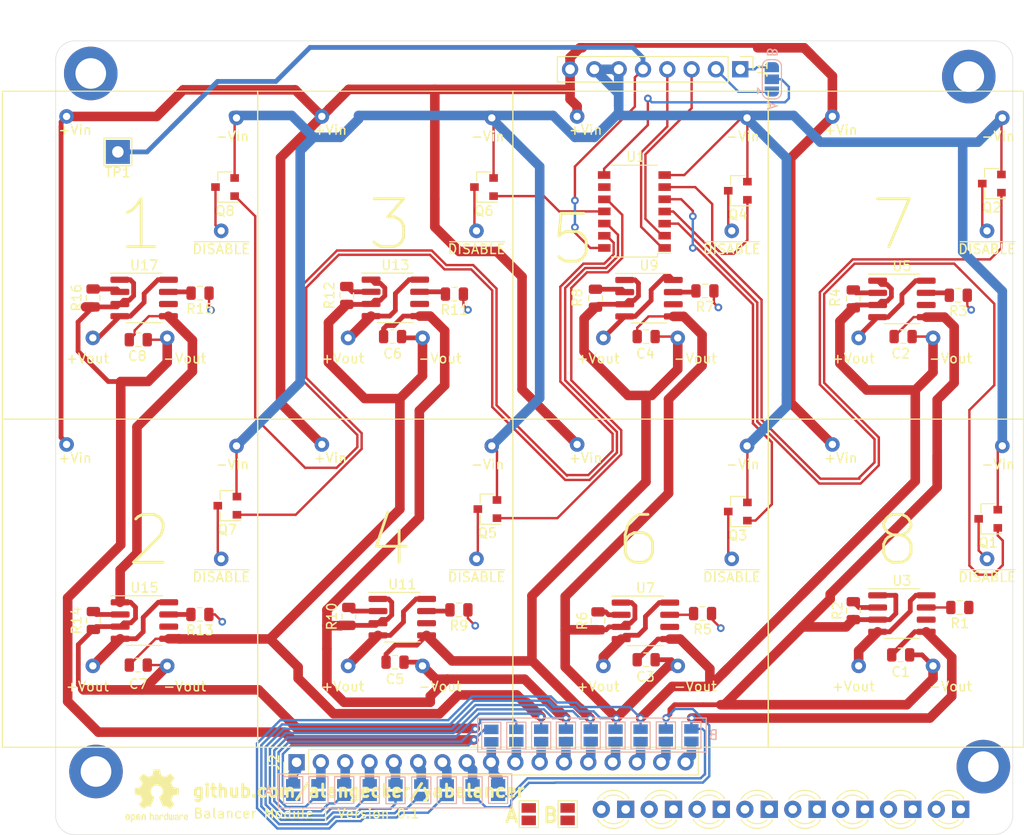
<source format=kicad_pcb>
(kicad_pcb (version 20171130) (host pcbnew 5.1.4)
  (layers (0 F.Cu signal) (31 B.Cu signal) (34 B.Paste user hide) (35 F.Paste user hide) (36 B.SilkS user) (37 F.SilkS user) (38 B.Mask user) (39 F.Mask user hide) (44 Edge.Cuts user))
  (net 0 "")
  (net 1 "Net-(D1-Pad2)")
  (net 2 "Net-(D1-Pad1)")
  (net 3 "Net-(D2-Pad2)")
  (net 4 "Net-(D2-Pad1)")
  (net 5 "Net-(D3-Pad2)")
  (net 6 "Net-(D3-Pad1)")
  (net 7 "Net-(D4-Pad2)")
  (net 8 "Net-(D4-Pad1)")
  (net 9 "Net-(D5-Pad2)")
  (net 10 "Net-(D5-Pad1)")
  (net 11 "Net-(D6-Pad2)")
  (net 12 "Net-(D6-Pad1)")
  (net 13 "Net-(D7-Pad2)")
  (net 14 "Net-(D7-Pad1)")
  (net 15 "Net-(D8-Pad2)")
  (net 16 "Net-(D8-Pad1)")
  (net 17 Vin)
  (net 18 GND)
  (net 19 +5V)
  (net 20 "Net-(J1-Pad4)")
  (net 21 "Net-(J1-Pad3)")
  (net 22 "Net-(J1-Pad2)")
  (net 23 "Net-(J1-Pad1)")
  (net 24 "Net-(J2-Pad17)")
  (net 25 "Net-(J2-Pad16)")
  (net 26 "Net-(J2-Pad15)")
  (net 27 "Net-(J2-Pad14)")
  (net 28 "Net-(J2-Pad13)")
  (net 29 "Net-(J2-Pad12)")
  (net 30 "Net-(J2-Pad11)")
  (net 31 "Net-(J2-Pad10)")
  (net 32 "Net-(J2-Pad9)")
  (net 33 "Net-(J2-Pad8)")
  (net 34 "Net-(J2-Pad7)")
  (net 35 "Net-(J2-Pad6)")
  (net 36 "Net-(J2-Pad5)")
  (net 37 "Net-(J2-Pad4)")
  (net 38 "Net-(J2-Pad3)")
  (net 39 "Net-(J2-Pad2)")
  (net 40 "Net-(J2-Pad1)")
  (net 41 "Net-(JP1-Pad2)")
  (net 42 /IsolatedCharger/BAT+)
  (net 43 /sheet5D916464/BAT+)
  (net 44 /sheet5D917F77/BAT+)
  (net 45 /sheet5D919AD8/BAT+)
  (net 46 /sheet5D921BE2/BAT+)
  (net 47 /sheet5D921BE3/BAT+)
  (net 48 /sheet5D921BE4/BAT+)
  (net 49 /sheet5D921BE5/BAT+)
  (net 50 /sheet5D921BE5/BAT-)
  (net 51 "Net-(Q1-Pad3)")
  (net 52 /IsolatedCharger/DISABLE)
  (net 53 "Net-(Q2-Pad3)")
  (net 54 /sheet5D916464/DISABLE)
  (net 55 "Net-(Q3-Pad3)")
  (net 56 /sheet5D917F77/DISABLE)
  (net 57 "Net-(Q4-Pad3)")
  (net 58 /sheet5D919AD8/DISABLE)
  (net 59 "Net-(Q5-Pad3)")
  (net 60 /sheet5D921BE2/DISABLE)
  (net 61 "Net-(Q6-Pad3)")
  (net 62 /sheet5D921BE3/DISABLE)
  (net 63 "Net-(Q7-Pad3)")
  (net 64 /sheet5D921BE4/DISABLE)
  (net 65 "Net-(Q8-Pad3)")
  (net 66 /sheet5D921BE5/DISABLE)
  (net 67 "Net-(R1-Pad2)")
  (net 68 "Net-(R2-Pad1)")
  (net 69 "Net-(R3-Pad2)")
  (net 70 "Net-(R4-Pad1)")
  (net 71 "Net-(R5-Pad2)")
  (net 72 "Net-(R6-Pad1)")
  (net 73 "Net-(R7-Pad2)")
  (net 74 "Net-(R8-Pad1)")
  (net 75 "Net-(R9-Pad2)")
  (net 76 "Net-(R10-Pad1)")
  (net 77 "Net-(R11-Pad2)")
  (net 78 "Net-(R12-Pad1)")
  (net 79 "Net-(R13-Pad2)")
  (net 80 "Net-(R14-Pad1)")
  (net 81 "Net-(R15-Pad2)")
  (net 82 "Net-(R16-Pad1)")
  (net 83 "Net-(U1-Pad9)")
  (net 84 "Net-(U3-Pad6)")
  (net 85 "Net-(U5-Pad6)")
  (net 86 "Net-(U7-Pad6)")
  (net 87 "Net-(U9-Pad6)")
  (net 88 "Net-(U11-Pad6)")
  (net 89 "Net-(U13-Pad6)")
  (net 90 "Net-(U15-Pad6)")
  (net 91 "Net-(U17-Pad6)")
  (module Jumper:SolderJumper-3_P1.3mm_Open_RoundedPad1.0x1.5mm (layer B.Cu) (at 167.894 49.814 90)
    (fp_text reference JP1 hide)
    (fp_text value SolderJumper_3_Open)
    (pad 1 smd custom (at -1.3 0 90) (size 1 0.5) (layers B.Cu B.Mask) (net 22 "Net-(J1-Pad2)") (options (clearance outline) (anchor rect)) (primitives (gr_circle (center 0 -0.25) (end 0.5 -0.25) (width 0)) (gr_circle (center 0 0.25) (end 0.5 0.25) (width 0)) (gr_poly (pts (xy 0.55 0.75) (xy 0 0.75) (xy 0 -0.75) (xy 0.55 -0.75)) (width 0))))
    (pad 3 smd custom (at 1.3 0 90) (size 1 0.5) (layers B.Cu B.Mask) (net 23 "Net-(J1-Pad1)") (options (clearance outline) (anchor rect)) (primitives (gr_circle (center 0 -0.25) (end 0.5 -0.25) (width 0)) (gr_circle (center 0 0.25) (end 0.5 0.25) (width 0)) (gr_poly (pts (xy -0.55 0.75) (xy 0 0.75) (xy 0 -0.75) (xy -0.55 -0.75)) (width 0))))
    (pad 2 smd rect (at 0 0 90) (size 1 1.5) (layers B.Cu B.Mask) (net 41 "Net-(JP1-Pad2)"))
  )
  (module Jumper:SolderJumper-2_P1.3mm_Open_Pad1.0x1.5mm (layer F.Cu) (at 142.494 126.634 90)
    (fp_text reference REF** hide)
    (fp_text value SolderJumper-2_P1.3mm_Open_Pad1.0x1.5mm hide)
    (pad 2 smd rect (at 0.65 0 90) (size 1 1.5) (layers F.Cu F.Mask))
    (pad 1 smd rect (at -0.65 0 90) (size 1 1.5) (layers F.Cu F.Mask))
  )
  (module Jumper:SolderJumper-2_P1.3mm_Open_Pad1.0x1.5mm (layer F.Cu) (at 146.558 126.634 90)
    (fp_text reference REF** hide)
    (fp_text value SolderJumper-2_P1.3mm_Open_Pad1.0x1.5mm hide)
    (pad 1 smd rect (at -0.65 0 90) (size 1 1.5) (layers F.Cu F.Mask))
    (pad 2 smd rect (at 0.65 0 90) (size 1 1.5) (layers F.Cu F.Mask))
  )
  (module Package_SO:SOP-8_3.76x4.96mm_P1.27mm (layer F.Cu) (at 154.686 106.426)
    (fp_text reference U7 (at 0 -3.43) (layer F.SilkS))
    (fp_text value TP4056)
    (pad 8 smd roundrect (at 2.5375 -1.905) (size 1.975 0.65) (layers F.Cu F.Paste F.Mask) (net 5 "Net-(D3-Pad2)"))
    (pad 7 smd roundrect (at 2.5375 -0.635) (size 1.975 0.65) (layers F.Cu F.Paste F.Mask) (net 71 "Net-(R5-Pad2)"))
    (pad 6 smd roundrect (at 2.5375 0.635) (size 1.975 0.65) (layers F.Cu F.Paste F.Mask) (net 86 "Net-(U7-Pad6)"))
    (pad 5 smd roundrect (at 2.5375 1.905) (size 1.975 0.65) (layers F.Cu F.Paste F.Mask) (net 44 /sheet5D917F77/BAT+))
    (pad 4 smd roundrect (at -2.5375 1.905) (size 1.975 0.65) (layers F.Cu F.Paste F.Mask) (net 5 "Net-(D3-Pad2)"))
    (pad 3 smd roundrect (at -2.5375 0.635) (size 1.975 0.65) (layers F.Cu F.Paste F.Mask) (net 45 /sheet5D919AD8/BAT+))
    (pad 2 smd roundrect (at -2.5375 -0.635) (size 1.975 0.65) (layers F.Cu F.Paste F.Mask) (net 72 "Net-(R6-Pad1)"))
    (pad 1 smd roundrect (at -2.5375 -1.905) (size 1.975 0.65) (layers F.Cu F.Paste F.Mask) (net 45 /sheet5D919AD8/BAT+))
  )
  (module Resistor_SMD:R_0805_2012Metric (layer F.Cu) (at 160.655 105.664 180)
    (fp_text reference R5 (at 0 -1.65) (layer F.SilkS))
    (fp_text value 330)
    (pad 2 smd roundrect (at 0.9375 0 180) (size 0.975 1.4) (layers F.Cu F.Paste F.Mask) (net 71 "Net-(R5-Pad2)"))
    (pad 1 smd roundrect (at -0.9375 0 180) (size 0.975 1.4) (layers F.Cu F.Paste F.Mask) (net 6 "Net-(D3-Pad1)"))
  )
  (module Resistor_SMD:R_0805_2012Metric (layer F.Cu) (at 149.733 106.426 270)
    (fp_text reference R6 (at 0 1.651 90) (layer F.SilkS))
    (fp_text value 1k5)
    (pad 2 smd roundrect (at 0.9375 0 270) (size 0.975 1.4) (layers F.Cu F.Paste F.Mask) (net 45 /sheet5D919AD8/BAT+))
    (pad 1 smd roundrect (at -0.9375 0 270) (size 0.975 1.4) (layers F.Cu F.Paste F.Mask) (net 72 "Net-(R6-Pad1)"))
  )
  (module Package_TO_SOT_SMD:SOT-23 (layer F.Cu) (at 164.338 94.996 180)
    (fp_text reference Q3 (at 0 -2.5) (layer F.SilkS))
    (fp_text value AO3400)
    (pad 3 smd rect (at 1 0 180) (size 0.9 0.8) (layers F.Cu F.Paste F.Mask) (net 55 "Net-(Q3-Pad3)"))
    (pad 2 smd rect (at -1 0.95 180) (size 0.9 0.8) (layers F.Cu F.Paste F.Mask) (net 18 GND))
    (pad 1 smd rect (at -1 -0.95 180) (size 0.9 0.8) (layers F.Cu F.Paste F.Mask) (net 56 /sheet5D917F77/DISABLE))
  )
  (module Capacitor_SMD:C_0805_2012Metric (layer F.Cu) (at 101.6993 77.0382)
    (fp_text reference C8 (at -0.0993 1.7018) (layer F.SilkS))
    (fp_text value 10uF)
    (pad 2 smd roundrect (at 0.9375 0) (size 0.975 1.4) (layers F.Cu F.Paste F.Mask) (net 50 /sheet5D921BE5/BAT-))
    (pad 1 smd roundrect (at -0.9375 0) (size 0.975 1.4) (layers F.Cu F.Paste F.Mask) (net 49 /sheet5D921BE5/BAT+))
  )
  (module Capacitor_SMD:C_0805_2012Metric (layer F.Cu) (at 101.70136 111.0488)
    (fp_text reference C7 (at 0 1.9812) (layer F.SilkS))
    (fp_text value 10uF)
    (pad 2 smd roundrect (at 0.9375 0) (size 0.975 1.4) (layers F.Cu F.Paste F.Mask) (net 49 /sheet5D921BE5/BAT+))
    (pad 1 smd roundrect (at -0.9375 0) (size 0.975 1.4) (layers F.Cu F.Paste F.Mask) (net 48 /sheet5D921BE4/BAT+))
  )
  (module Capacitor_SMD:C_0805_2012Metric (layer F.Cu) (at 128.27 76.708)
    (fp_text reference C6 (at 0 1.778) (layer F.SilkS))
    (fp_text value 10uF)
    (pad 2 smd roundrect (at 0.9375 0) (size 0.975 1.4) (layers F.Cu F.Paste F.Mask) (net 48 /sheet5D921BE4/BAT+))
    (pad 1 smd roundrect (at -0.9375 0) (size 0.975 1.4) (layers F.Cu F.Paste F.Mask) (net 47 /sheet5D921BE3/BAT+))
  )
  (module Capacitor_SMD:C_0805_2012Metric (layer F.Cu) (at 128.524 110.744)
    (fp_text reference C5 (at 0 1.778) (layer F.SilkS))
    (fp_text value 10uF)
    (pad 2 smd roundrect (at 0.9375 0) (size 0.975 1.4) (layers F.Cu F.Paste F.Mask) (net 47 /sheet5D921BE3/BAT+))
    (pad 1 smd roundrect (at -0.9375 0) (size 0.975 1.4) (layers F.Cu F.Paste F.Mask) (net 46 /sheet5D921BE2/BAT+))
  )
  (module Capacitor_SMD:C_0805_2012Metric (layer F.Cu) (at 154.7645 76.708)
    (fp_text reference C4 (at -0.0785 1.778) (layer F.SilkS))
    (fp_text value 10uF)
    (pad 2 smd roundrect (at 0.9375 0) (size 0.975 1.4) (layers F.Cu F.Paste F.Mask) (net 46 /sheet5D921BE2/BAT+))
    (pad 1 smd roundrect (at -0.9375 0) (size 0.975 1.4) (layers F.Cu F.Paste F.Mask) (net 45 /sheet5D919AD8/BAT+))
  )
  (module Capacitor_SMD:C_0805_2012Metric (layer F.Cu) (at 154.7645 110.49)
    (fp_text reference C3 (at -0.0785 1.778) (layer F.SilkS))
    (fp_text value 10uF)
    (pad 2 smd roundrect (at 0.9375 0) (size 0.975 1.4) (layers F.Cu F.Paste F.Mask) (net 45 /sheet5D919AD8/BAT+))
    (pad 1 smd roundrect (at -0.9375 0) (size 0.975 1.4) (layers F.Cu F.Paste F.Mask) (net 44 /sheet5D917F77/BAT+))
  )
  (module Capacitor_SMD:C_0805_2012Metric (layer F.Cu) (at 181.61 76.708)
    (fp_text reference C2 (at -0.254 1.778) (layer F.SilkS))
    (fp_text value 10uF)
    (pad 2 smd roundrect (at 0.9375 0) (size 0.975 1.4) (layers F.Cu F.Paste F.Mask) (net 44 /sheet5D917F77/BAT+))
    (pad 1 smd roundrect (at -0.9375 0) (size 0.975 1.4) (layers F.Cu F.Paste F.Mask) (net 43 /sheet5D916464/BAT+))
  )
  (module Capacitor_SMD:C_0805_2012Metric (layer F.Cu) (at 181.356 109.982)
    (fp_text reference C1 (at 0 1.778) (layer F.SilkS))
    (fp_text value 10uF)
    (pad 2 smd roundrect (at 0.9375 0) (size 0.975 1.4) (layers F.Cu F.Paste F.Mask) (net 43 /sheet5D916464/BAT+))
    (pad 1 smd roundrect (at -0.9375 0) (size 0.975 1.4) (layers F.Cu F.Paste F.Mask) (net 42 /IsolatedCharger/BAT+))
  )
  (module Symbol:OSHW-Logo2_7.3x6mm_SilkScreen (layer F.Cu) (at 103.632 124.714)
    (fp_text reference REF** hide)
    (fp_text value OSHW-Logo2_7.3x6mm_SilkScreen hide)
  )
  (module footprints:HJT622 (layer F.Cu) (at 114.173 85.344)
    (fp_text reference U12 hide)
    (fp_text value HJT622)
    (fp_text user +Vin (at 7.592595 -30.240783) (layer F.SilkS))
    (fp_text user -Vin (at 24.028275 -29.567148) (layer F.SilkS))
    (fp_text user +Vout (at 8.89 -6.35) (layer F.SilkS))
    (fp_text user -Vout (at 19.05 -6.35) (layer F.SilkS))
    (fp_text user DISABLE (at 22.86 -17.78) (layer F.SilkS))
    (pad 1 thru_hole circle (at 6.7056 -31.6484) (size 1.524 1.524) (drill 0.762) (layers *.Cu *.Mask) (net 17 Vin))
    (pad 2 thru_hole circle (at 24.4602 -31.496) (size 1.524 1.524) (drill 0.762) (layers *.Cu *.Mask) (net 18 GND))
    (pad 3 thru_hole circle (at 9.45 -8.5) (size 1.524 1.524) (drill 0.762) (layers *.Cu *.Mask) (net 11 "Net-(D6-Pad2)"))
    (pad 4 thru_hole circle (at 17.22 -8.5) (size 1.524 1.524) (drill 0.762) (layers *.Cu *.Mask) (net 48 /sheet5D921BE4/BAT+))
    (pad 5 thru_hole circle (at 22.86 -19.69) (size 1.524 1.524) (drill 0.762) (layers *.Cu *.Mask) (net 61 "Net-(Q6-Pad3)"))
  )
  (module footprints:HJT622 (layer F.Cu) (at 87.503 85.344)
    (fp_text reference U16 hide)
    (fp_text value HJT622)
    (fp_text user +Vin (at 7.592595 -30.240783) (layer F.SilkS))
    (fp_text user -Vin (at 24.028275 -29.567148) (layer F.SilkS))
    (fp_text user +Vout (at 8.89 -6.35) (layer F.SilkS))
    (fp_text user -Vout (at 19.05 -6.35) (layer F.SilkS))
    (fp_text user DISABLE (at 22.86 -17.78) (layer F.SilkS))
    (pad 1 thru_hole circle (at 6.7056 -31.6484) (size 1.524 1.524) (drill 0.762) (layers *.Cu *.Mask) (net 17 Vin))
    (pad 2 thru_hole circle (at 24.4602 -31.496) (size 1.524 1.524) (drill 0.762) (layers *.Cu *.Mask) (net 18 GND))
    (pad 3 thru_hole circle (at 9.45 -8.5) (size 1.524 1.524) (drill 0.762) (layers *.Cu *.Mask) (net 15 "Net-(D8-Pad2)"))
    (pad 4 thru_hole circle (at 17.22 -8.5) (size 1.524 1.524) (drill 0.762) (layers *.Cu *.Mask) (net 50 /sheet5D921BE5/BAT-))
    (pad 5 thru_hole circle (at 22.86 -19.69) (size 1.524 1.524) (drill 0.762) (layers *.Cu *.Mask) (net 65 "Net-(Q8-Pad3)"))
  )
  (module Resistor_SMD:R_0805_2012Metric (layer F.Cu) (at 96.97974 72.67194 270)
    (fp_text reference R16 (at -0.02794 1.72974 90) (layer F.SilkS))
    (fp_text value 1k5)
    (pad 2 smd roundrect (at 0.9375 0 270) (size 0.975 1.4) (layers F.Cu F.Paste F.Mask) (net 50 /sheet5D921BE5/BAT-))
    (pad 1 smd roundrect (at -0.9375 0 270) (size 0.975 1.4) (layers F.Cu F.Paste F.Mask) (net 82 "Net-(R16-Pad1)"))
  )
  (module Resistor_SMD:R_0805_2012Metric (layer F.Cu) (at 108.15574 72.16394 180)
    (fp_text reference R15 (at 0 -1.65) (layer F.SilkS))
    (fp_text value 330)
    (pad 2 smd roundrect (at 0.9375 0 180) (size 0.975 1.4) (layers F.Cu F.Paste F.Mask) (net 81 "Net-(R15-Pad2)"))
    (pad 1 smd roundrect (at -0.9375 0 180) (size 0.975 1.4) (layers F.Cu F.Paste F.Mask) (net 16 "Net-(D8-Pad1)"))
  )
  (module Package_SO:SOP-8_3.76x4.96mm_P1.27mm (layer F.Cu) (at 102.31374 72.67194)
    (fp_text reference U17 (at 0 -3.43) (layer F.SilkS))
    (fp_text value TP4056)
    (pad 8 smd roundrect (at 2.5375 -1.905) (size 1.975 0.65) (layers F.Cu F.Paste F.Mask) (net 15 "Net-(D8-Pad2)"))
    (pad 7 smd roundrect (at 2.5375 -0.635) (size 1.975 0.65) (layers F.Cu F.Paste F.Mask) (net 81 "Net-(R15-Pad2)"))
    (pad 6 smd roundrect (at 2.5375 0.635) (size 1.975 0.65) (layers F.Cu F.Paste F.Mask) (net 91 "Net-(U17-Pad6)"))
    (pad 5 smd roundrect (at 2.5375 1.905) (size 1.975 0.65) (layers F.Cu F.Paste F.Mask) (net 49 /sheet5D921BE5/BAT+))
    (pad 4 smd roundrect (at -2.5375 1.905) (size 1.975 0.65) (layers F.Cu F.Paste F.Mask) (net 15 "Net-(D8-Pad2)"))
    (pad 3 smd roundrect (at -2.5375 0.635) (size 1.975 0.65) (layers F.Cu F.Paste F.Mask) (net 50 /sheet5D921BE5/BAT-))
    (pad 2 smd roundrect (at -2.5375 -0.635) (size 1.975 0.65) (layers F.Cu F.Paste F.Mask) (net 82 "Net-(R16-Pad1)"))
    (pad 1 smd roundrect (at -2.5375 -1.905) (size 1.975 0.65) (layers F.Cu F.Paste F.Mask) (net 50 /sheet5D921BE5/BAT-))
  )
  (module footprints:HJT622 (layer F.Cu) (at 167.513 119.634)
    (fp_text reference U2 hide)
    (fp_text value HJT622)
    (fp_text user +Vin (at 7.592595 -30.240783) (layer F.SilkS))
    (fp_text user -Vin (at 24.028275 -29.567148) (layer F.SilkS))
    (fp_text user +Vout (at 8.89 -6.35) (layer F.SilkS))
    (fp_text user -Vout (at 19.05 -6.35) (layer F.SilkS))
    (fp_text user DISABLE (at 22.86 -17.78) (layer F.SilkS))
    (pad 1 thru_hole circle (at 6.7056 -31.6484) (size 1.524 1.524) (drill 0.762) (layers *.Cu *.Mask) (net 17 Vin))
    (pad 2 thru_hole circle (at 24.4602 -31.496) (size 1.524 1.524) (drill 0.762) (layers *.Cu *.Mask) (net 18 GND))
    (pad 3 thru_hole circle (at 9.45 -8.5) (size 1.524 1.524) (drill 0.762) (layers *.Cu *.Mask) (net 1 "Net-(D1-Pad2)"))
    (pad 4 thru_hole circle (at 17.22 -8.5) (size 1.524 1.524) (drill 0.762) (layers *.Cu *.Mask) (net 43 /sheet5D916464/BAT+))
    (pad 5 thru_hole circle (at 22.86 -19.69) (size 1.524 1.524) (drill 0.762) (layers *.Cu *.Mask) (net 51 "Net-(Q1-Pad3)"))
  )
  (module footprints:HJT622 (layer F.Cu) (at 87.503 119.634)
    (fp_text reference U14 hide)
    (fp_text value HJT622)
    (fp_text user +Vin (at 7.592595 -30.240783) (layer F.SilkS))
    (fp_text user -Vin (at 24.028275 -29.567148) (layer F.SilkS))
    (fp_text user +Vout (at 8.89 -6.35) (layer F.SilkS))
    (fp_text user -Vout (at 19.05 -6.35) (layer F.SilkS))
    (fp_text user DISABLE (at 22.86 -17.78) (layer F.SilkS))
    (pad 1 thru_hole circle (at 6.7056 -31.6484) (size 1.524 1.524) (drill 0.762) (layers *.Cu *.Mask) (net 17 Vin))
    (pad 2 thru_hole circle (at 24.4602 -31.496) (size 1.524 1.524) (drill 0.762) (layers *.Cu *.Mask) (net 18 GND))
    (pad 3 thru_hole circle (at 9.45 -8.5) (size 1.524 1.524) (drill 0.762) (layers *.Cu *.Mask) (net 13 "Net-(D7-Pad2)"))
    (pad 4 thru_hole circle (at 17.22 -8.5) (size 1.524 1.524) (drill 0.762) (layers *.Cu *.Mask) (net 49 /sheet5D921BE5/BAT+))
    (pad 5 thru_hole circle (at 22.86 -19.69) (size 1.524 1.524) (drill 0.762) (layers *.Cu *.Mask) (net 63 "Net-(Q7-Pad3)"))
  )
  (module footprints:HJT622 (layer F.Cu) (at 114.173 119.634)
    (fp_text reference U10 hide)
    (fp_text value HJT622)
    (fp_text user +Vin (at 7.592595 -30.240783) (layer F.SilkS))
    (fp_text user -Vin (at 24.028275 -29.567148) (layer F.SilkS))
    (fp_text user +Vout (at 8.89 -6.35) (layer F.SilkS))
    (fp_text user -Vout (at 19.05 -6.35) (layer F.SilkS))
    (fp_text user DISABLE (at 22.86 -17.78) (layer F.SilkS))
    (pad 1 thru_hole circle (at 6.7056 -31.6484) (size 1.524 1.524) (drill 0.762) (layers *.Cu *.Mask) (net 17 Vin))
    (pad 2 thru_hole circle (at 24.4602 -31.496) (size 1.524 1.524) (drill 0.762) (layers *.Cu *.Mask) (net 18 GND))
    (pad 3 thru_hole circle (at 9.45 -8.5) (size 1.524 1.524) (drill 0.762) (layers *.Cu *.Mask) (net 9 "Net-(D5-Pad2)"))
    (pad 4 thru_hole circle (at 17.22 -8.5) (size 1.524 1.524) (drill 0.762) (layers *.Cu *.Mask) (net 47 /sheet5D921BE3/BAT+))
    (pad 5 thru_hole circle (at 22.86 -19.69) (size 1.524 1.524) (drill 0.762) (layers *.Cu *.Mask) (net 59 "Net-(Q5-Pad3)"))
  )
  (module footprints:HJT622 (layer F.Cu) (at 140.843 85.344)
    (fp_text reference U8 hide)
    (fp_text value HJT622)
    (fp_text user +Vin (at 7.592595 -30.240783) (layer F.SilkS))
    (fp_text user -Vin (at 24.028275 -29.567148) (layer F.SilkS))
    (fp_text user +Vout (at 8.89 -6.35) (layer F.SilkS))
    (fp_text user -Vout (at 19.05 -6.35) (layer F.SilkS))
    (fp_text user DISABLE (at 22.86 -17.78) (layer F.SilkS))
    (pad 1 thru_hole circle (at 6.7056 -31.6484) (size 1.524 1.524) (drill 0.762) (layers *.Cu *.Mask) (net 17 Vin))
    (pad 2 thru_hole circle (at 24.4602 -31.496) (size 1.524 1.524) (drill 0.762) (layers *.Cu *.Mask) (net 18 GND))
    (pad 3 thru_hole circle (at 9.45 -8.5) (size 1.524 1.524) (drill 0.762) (layers *.Cu *.Mask) (net 7 "Net-(D4-Pad2)"))
    (pad 4 thru_hole circle (at 17.22 -8.5) (size 1.524 1.524) (drill 0.762) (layers *.Cu *.Mask) (net 46 /sheet5D921BE2/BAT+))
    (pad 5 thru_hole circle (at 22.86 -19.69) (size 1.524 1.524) (drill 0.762) (layers *.Cu *.Mask) (net 57 "Net-(Q4-Pad3)"))
  )
  (module footprints:HJT622 (layer F.Cu) (at 140.843 119.634)
    (fp_text reference U6 hide)
    (fp_text value HJT622)
    (fp_text user +Vin (at 7.592595 -30.240783) (layer F.SilkS))
    (fp_text user -Vin (at 24.028275 -29.567148) (layer F.SilkS))
    (fp_text user +Vout (at 8.89 -6.35) (layer F.SilkS))
    (fp_text user -Vout (at 19.05 -6.35) (layer F.SilkS))
    (fp_text user DISABLE (at 22.86 -17.78) (layer F.SilkS))
    (pad 1 thru_hole circle (at 6.7056 -31.6484) (size 1.524 1.524) (drill 0.762) (layers *.Cu *.Mask) (net 17 Vin))
    (pad 2 thru_hole circle (at 24.4602 -31.496) (size 1.524 1.524) (drill 0.762) (layers *.Cu *.Mask) (net 18 GND))
    (pad 3 thru_hole circle (at 9.45 -8.5) (size 1.524 1.524) (drill 0.762) (layers *.Cu *.Mask) (net 5 "Net-(D3-Pad2)"))
    (pad 4 thru_hole circle (at 17.22 -8.5) (size 1.524 1.524) (drill 0.762) (layers *.Cu *.Mask) (net 45 /sheet5D919AD8/BAT+))
    (pad 5 thru_hole circle (at 22.86 -19.69) (size 1.524 1.524) (drill 0.762) (layers *.Cu *.Mask) (net 55 "Net-(Q3-Pad3)"))
  )
  (module footprints:HJT622 (layer F.Cu) (at 167.513 85.344)
    (fp_text reference U4 hide)
    (fp_text value HJT622)
    (fp_text user +Vin (at 7.592595 -30.240783) (layer F.SilkS))
    (fp_text user -Vin (at 24.028275 -29.567148) (layer F.SilkS))
    (fp_text user +Vout (at 8.89 -6.35) (layer F.SilkS))
    (fp_text user -Vout (at 19.05 -6.35) (layer F.SilkS))
    (fp_text user DISABLE (at 22.86 -17.78) (layer F.SilkS))
    (pad 1 thru_hole circle (at 6.7056 -31.6484) (size 1.524 1.524) (drill 0.762) (layers *.Cu *.Mask) (net 17 Vin))
    (pad 2 thru_hole circle (at 24.4602 -31.496) (size 1.524 1.524) (drill 0.762) (layers *.Cu *.Mask) (net 18 GND))
    (pad 3 thru_hole circle (at 9.45 -8.5) (size 1.524 1.524) (drill 0.762) (layers *.Cu *.Mask) (net 3 "Net-(D2-Pad2)"))
    (pad 4 thru_hole circle (at 17.22 -8.5) (size 1.524 1.524) (drill 0.762) (layers *.Cu *.Mask) (net 44 /sheet5D917F77/BAT+))
    (pad 5 thru_hole circle (at 22.86 -19.69) (size 1.524 1.524) (drill 0.762) (layers *.Cu *.Mask) (net 53 "Net-(Q2-Pad3)"))
  )
  (module MountingHole:MountingHole_3.2mm_M3_DIN965_Pad (layer F.Cu) (at 189.992 121.666)
    (fp_text reference REF** hide)
    (fp_text value MountingHole_3.2mm_M3_DIN965_Pad hide)
    (pad 1 thru_hole circle (at 0 0) (size 5.6 5.6) (drill 3.2) (layers *.Cu *.Mask))
  )
  (module MountingHole:MountingHole_3.2mm_M3_DIN965_Pad (layer F.Cu) (at 97.282 122.174)
    (fp_text reference REF** hide)
    (fp_text value MountingHole_3.2mm_M3_DIN965_Pad hide)
    (pad 1 thru_hole circle (at 0 0) (size 5.6 5.6) (drill 3.2) (layers *.Cu *.Mask))
  )
  (module MountingHole:MountingHole_3.2mm_M3_DIN965_Pad (layer F.Cu) (at 96.7359 49.20234)
    (fp_text reference REF** hide)
    (fp_text value MountingHole_3.2mm_M3_DIN965_Pad hide)
    (pad 1 thru_hole circle (at 0 0) (size 5.6 5.6) (drill 3.2) (layers *.Cu *.Mask))
  )
  (module MountingHole:MountingHole_3.2mm_M3_DIN965_Pad (layer F.Cu) (at 188.468 49.53)
    (fp_text reference REF** hide)
    (fp_text value MountingHole_3.2mm_M3_DIN965_Pad hide)
    (pad 1 thru_hole circle (at 0 0) (size 5.6 5.6) (drill 3.2) (layers *.Cu *.Mask))
  )
  (module footprints:SOP-14 (layer F.Cu) (at 153.543 62.992 180)
    (fp_text reference U1 (at -0.127 5.08) (layer F.SilkS))
    (fp_text value 74HCT164)
    (pad 14 smd rect (at 3.15 -4.45 180) (size 1.3 0.8) (layers F.Cu F.Paste F.Mask) (net 19 +5V))
    (pad 13 smd rect (at 3.15 -3.18 180) (size 1.3 0.8) (layers F.Cu F.Paste F.Mask) (net 66 /sheet5D921BE5/DISABLE))
    (pad 12 smd rect (at 3.15 -1.9 180) (size 1.3 0.8) (layers F.Cu F.Paste F.Mask) (net 64 /sheet5D921BE4/DISABLE))
    (pad 11 smd rect (at 3.15 -0.63 180) (size 1.3 0.8) (layers F.Cu F.Paste F.Mask) (net 62 /sheet5D921BE3/DISABLE))
    (pad 10 smd rect (at 3.15 0.63 180) (size 1.3 0.8) (layers F.Cu F.Paste F.Mask) (net 60 /sheet5D921BE2/DISABLE))
    (pad 9 smd rect (at 3.15 1.91 180) (size 1.3 0.8) (layers F.Cu F.Paste F.Mask) (net 83 "Net-(U1-Pad9)"))
    (pad 8 smd rect (at 3.175 3.175 180) (size 1.3 0.8) (layers F.Cu F.Paste F.Mask) (net 41 "Net-(JP1-Pad2)"))
    (pad 7 smd rect (at -3.15 3.17 180) (size 1.3 0.8) (layers F.Cu F.Paste F.Mask) (net 18 GND))
    (pad 6 smd rect (at -3.15 1.91 180) (size 1.3 0.8) (layers F.Cu F.Paste F.Mask) (net 58 /sheet5D919AD8/DISABLE))
    (pad 5 smd rect (at -3.15 0.64 180) (size 1.3 0.8) (layers F.Cu F.Paste F.Mask) (net 56 /sheet5D917F77/DISABLE))
    (pad 4 smd rect (at -3.15 -0.64 180) (size 1.3 0.8) (layers F.Cu F.Paste F.Mask) (net 54 /sheet5D916464/DISABLE))
    (pad 3 smd rect (at -3.15 -1.91 180) (size 1.3 0.8) (layers F.Cu F.Paste F.Mask) (net 52 /IsolatedCharger/DISABLE))
    (pad 2 smd rect (at -3.15 -3.17 180) (size 1.3 0.8) (layers F.Cu F.Paste F.Mask) (net 21 "Net-(J1-Pad3)"))
    (pad 1 smd rect (at -3.15 -4.45 180) (size 1.3 0.8) (layers F.Cu F.Paste F.Mask) (net 20 "Net-(J1-Pad4)"))
  )
  (module Jumper:SolderJumper-2_P1.3mm_Open_Pad1.0x1.5mm (layer B.Cu) (at 146.3802 118.3998 270)
    (fp_text reference JP7 hide)
    (fp_text value SolderJumper_2_Open hide)
    (pad 1 smd rect (at -0.65 0 270) (size 1 1.5) (layers B.Cu B.Mask) (net 47 /sheet5D921BE3/BAT+))
    (pad 2 smd rect (at 0.65 0 270) (size 1 1.5) (layers B.Cu B.Mask) (net 29 "Net-(J2-Pad12)"))
  )
  (module Jumper:SolderJumper-2_P1.3mm_Open_Pad1.0x1.5mm (layer B.Cu) (at 117.8814 124.1148 90)
    (fp_text reference JP19 hide)
    (fp_text value SolderJumper_2_Open hide)
    (pad 1 smd rect (at -0.65 0 90) (size 1 1.5) (layers B.Cu B.Mask) (net 50 /sheet5D921BE5/BAT-))
    (pad 2 smd rect (at 0.65 0 90) (size 1 1.5) (layers B.Cu B.Mask) (net 40 "Net-(J2-Pad1)"))
  )
  (module Jumper:SolderJumper-2_P1.3mm_Open_Pad1.0x1.5mm (layer B.Cu) (at 128.5748 124.1448 90)
    (fp_text reference JP15 hide)
    (fp_text value SolderJumper_2_Open hide)
    (pad 1 smd rect (at -0.65 0 90) (size 1 1.5) (layers B.Cu B.Mask) (net 46 /sheet5D921BE2/BAT+))
    (pad 2 smd rect (at 0.65 0 90) (size 1 1.5) (layers B.Cu B.Mask) (net 36 "Net-(J2-Pad5)"))
  )
  (module Jumper:SolderJumper-2_P1.3mm_Open_Pad1.0x1.5mm (layer B.Cu) (at 151.5618 118.3998 270)
    (fp_text reference JP5 hide)
    (fp_text value SolderJumper_2_Open hide)
    (pad 1 smd rect (at -0.65 0 270) (size 1 1.5) (layers B.Cu B.Mask) (net 45 /sheet5D919AD8/BAT+))
    (pad 2 smd rect (at 0.65 0 270) (size 1 1.5) (layers B.Cu B.Mask) (net 27 "Net-(J2-Pad14)"))
  )
  (module Jumper:SolderJumper-2_P1.3mm_Open_Pad1.0x1.5mm (layer B.Cu) (at 141.1986 118.4148 270)
    (fp_text reference JP9 hide)
    (fp_text value SolderJumper_2_Open hide)
    (pad 1 smd rect (at -0.65 0 270) (size 1 1.5) (layers B.Cu B.Mask) (net 49 /sheet5D921BE5/BAT+))
    (pad 2 smd rect (at 0.65 0 270) (size 1 1.5) (layers B.Cu B.Mask) (net 31 "Net-(J2-Pad10)"))
  )
  (module Jumper:SolderJumper-2_P1.3mm_Open_Pad1.0x1.5mm (layer B.Cu) (at 125.8824 124.1148 90)
    (fp_text reference JP16 hide)
    (fp_text value SolderJumper_2_Open hide)
    (pad 1 smd rect (at -0.65 0 90) (size 1 1.5) (layers B.Cu B.Mask) (net 47 /sheet5D921BE3/BAT+))
    (pad 2 smd rect (at 0.65 0 90) (size 1 1.5) (layers B.Cu B.Mask) (net 37 "Net-(J2-Pad4)"))
  )
  (module Jumper:SolderJumper-2_P1.3mm_Open_Pad1.0x1.5mm (layer B.Cu) (at 133.9342 124.1298 90)
    (fp_text reference JP13 hide)
    (fp_text value SolderJumper_2_Open hide)
    (pad 1 smd rect (at -0.65 0 90) (size 1 1.5) (layers B.Cu B.Mask) (net 44 /sheet5D917F77/BAT+))
    (pad 2 smd rect (at 0.65 0 90) (size 1 1.5) (layers B.Cu B.Mask) (net 34 "Net-(J2-Pad7)"))
  )
  (module Jumper:SolderJumper-2_P1.3mm_Open_Pad1.0x1.5mm (layer B.Cu) (at 156.8196 118.3894 270)
    (fp_text reference JP3 hide)
    (fp_text value SolderJumper_2_Open hide)
    (pad 1 smd rect (at -0.65 0 270) (size 1 1.5) (layers B.Cu B.Mask) (net 43 /sheet5D916464/BAT+))
    (pad 2 smd rect (at 0.65 0 270) (size 1 1.5) (layers B.Cu B.Mask) (net 25 "Net-(J2-Pad16)"))
  )
  (module Jumper:SolderJumper-2_P1.3mm_Open_Pad1.0x1.5mm (layer B.Cu) (at 138.5824 118.4252 270)
    (fp_text reference JP10 hide)
    (fp_text value SolderJumper_2_Open hide)
    (pad 1 smd rect (at -0.65 0 270) (size 1 1.5) (layers B.Cu B.Mask) (net 50 /sheet5D921BE5/BAT-))
    (pad 2 smd rect (at 0.65 0 270) (size 1 1.5) (layers B.Cu B.Mask) (net 32 "Net-(J2-Pad9)"))
  )
  (module Jumper:SolderJumper-2_P1.3mm_Open_Pad1.0x1.5mm (layer B.Cu) (at 120.523 124.1148 90)
    (fp_text reference JP18 hide)
    (fp_text value SolderJumper_2_Open hide)
    (pad 1 smd rect (at -0.65 0 90) (size 1 1.5) (layers B.Cu B.Mask) (net 49 /sheet5D921BE5/BAT+))
    (pad 2 smd rect (at 0.65 0 90) (size 1 1.5) (layers B.Cu B.Mask) (net 39 "Net-(J2-Pad2)"))
  )
  (module Connector_PinHeader_2.54mm:PinHeader_1x17_P2.54mm_Vertical (layer F.Cu) (at 118.237 121.2088 90)
    (fp_text reference J2 (at 0 -2.33 90) (layer F.SilkS))
    (fp_text value Conn_01x17_Male)
    (pad 17 thru_hole oval (at 0 40.64 90) (size 1.7 1.7) (drill 1) (layers *.Cu *.Mask) (net 24 "Net-(J2-Pad17)"))
    (pad 16 thru_hole oval (at 0 38.1 90) (size 1.7 1.7) (drill 1) (layers *.Cu *.Mask) (net 25 "Net-(J2-Pad16)"))
    (pad 15 thru_hole oval (at 0 35.56 90) (size 1.7 1.7) (drill 1) (layers *.Cu *.Mask) (net 26 "Net-(J2-Pad15)"))
    (pad 14 thru_hole oval (at 0 33.02 90) (size 1.7 1.7) (drill 1) (layers *.Cu *.Mask) (net 27 "Net-(J2-Pad14)"))
    (pad 13 thru_hole oval (at 0 30.48 90) (size 1.7 1.7) (drill 1) (layers *.Cu *.Mask) (net 28 "Net-(J2-Pad13)"))
    (pad 12 thru_hole oval (at 0 27.94 90) (size 1.7 1.7) (drill 1) (layers *.Cu *.Mask) (net 29 "Net-(J2-Pad12)"))
    (pad 11 thru_hole oval (at 0 25.4 90) (size 1.7 1.7) (drill 1) (layers *.Cu *.Mask) (net 30 "Net-(J2-Pad11)"))
    (pad 10 thru_hole oval (at 0 22.86 90) (size 1.7 1.7) (drill 1) (layers *.Cu *.Mask) (net 31 "Net-(J2-Pad10)"))
    (pad 9 thru_hole oval (at 0 20.32 90) (size 1.7 1.7) (drill 1) (layers *.Cu *.Mask) (net 32 "Net-(J2-Pad9)"))
    (pad 8 thru_hole oval (at 0 17.78 90) (size 1.7 1.7) (drill 1) (layers *.Cu *.Mask) (net 33 "Net-(J2-Pad8)"))
    (pad 7 thru_hole oval (at 0 15.24 90) (size 1.7 1.7) (drill 1) (layers *.Cu *.Mask) (net 34 "Net-(J2-Pad7)"))
    (pad 6 thru_hole oval (at 0 12.7 90) (size 1.7 1.7) (drill 1) (layers *.Cu *.Mask) (net 35 "Net-(J2-Pad6)"))
    (pad 5 thru_hole oval (at 0 10.16 90) (size 1.7 1.7) (drill 1) (layers *.Cu *.Mask) (net 36 "Net-(J2-Pad5)"))
    (pad 4 thru_hole oval (at 0 7.62 90) (size 1.7 1.7) (drill 1) (layers *.Cu *.Mask) (net 37 "Net-(J2-Pad4)"))
    (pad 3 thru_hole oval (at 0 5.08 90) (size 1.7 1.7) (drill 1) (layers *.Cu *.Mask) (net 38 "Net-(J2-Pad3)"))
    (pad 2 thru_hole oval (at 0 2.54 90) (size 1.7 1.7) (drill 1) (layers *.Cu *.Mask) (net 39 "Net-(J2-Pad2)"))
    (pad 1 thru_hole rect (at 0 0 90) (size 1.7 1.7) (drill 1) (layers *.Cu *.Mask) (net 40 "Net-(J2-Pad1)"))
  )
  (module Jumper:SolderJumper-2_P1.3mm_Open_Pad1.0x1.5mm (layer B.Cu) (at 154.178 118.3998 270)
    (fp_text reference JP4 hide)
    (fp_text value SolderJumper_2_Open hide)
    (pad 2 smd rect (at 0.65 0 270) (size 1 1.5) (layers B.Cu B.Mask) (net 26 "Net-(J2-Pad15)"))
    (pad 1 smd rect (at -0.65 0 270) (size 1 1.5) (layers B.Cu B.Mask) (net 44 /sheet5D917F77/BAT+))
  )
  (module Jumper:SolderJumper-2_P1.3mm_Open_Pad1.0x1.5mm (layer B.Cu) (at 123.2154 124.1148 90)
    (fp_text reference JP17 hide)
    (fp_text value SolderJumper_2_Open hide)
    (pad 1 smd rect (at -0.65 0 90) (size 1 1.5) (layers B.Cu B.Mask) (net 48 /sheet5D921BE4/BAT+))
    (pad 2 smd rect (at 0.65 0 90) (size 1 1.5) (layers B.Cu B.Mask) (net 38 "Net-(J2-Pad3)"))
  )
  (module Jumper:SolderJumper-2_P1.3mm_Open_Pad1.0x1.5mm (layer B.Cu) (at 143.7894 118.3998 270)
    (fp_text reference JP8 hide)
    (fp_text value SolderJumper_2_Open hide)
    (pad 1 smd rect (at -0.65 0 270) (size 1 1.5) (layers B.Cu B.Mask) (net 48 /sheet5D921BE4/BAT+))
    (pad 2 smd rect (at 0.65 0 270) (size 1 1.5) (layers B.Cu B.Mask) (net 30 "Net-(J2-Pad11)"))
  )
  (module Jumper:SolderJumper-2_P1.3mm_Open_Pad1.0x1.5mm (layer B.Cu) (at 136.6266 124.1298 90)
    (fp_text reference JP12 hide)
    (fp_text value SolderJumper_2_Open hide)
    (pad 1 smd rect (at -0.65 0 90) (size 1 1.5) (layers B.Cu B.Mask) (net 43 /sheet5D916464/BAT+))
    (pad 2 smd rect (at 0.65 0 90) (size 1 1.5) (layers B.Cu B.Mask) (net 33 "Net-(J2-Pad8)"))
  )
  (module Jumper:SolderJumper-2_P1.3mm_Open_Pad1.0x1.5mm (layer B.Cu) (at 131.2672 124.1402 90)
    (fp_text reference JP14 hide)
    (fp_text value SolderJumper_2_Open hide)
    (pad 1 smd rect (at -0.65 0 90) (size 1 1.5) (layers B.Cu B.Mask) (net 45 /sheet5D919AD8/BAT+))
    (pad 2 smd rect (at 0.65 0 90) (size 1 1.5) (layers B.Cu B.Mask) (net 35 "Net-(J2-Pad6)"))
  )
  (module Jumper:SolderJumper-2_P1.3mm_Open_Pad1.0x1.5mm (layer B.Cu) (at 159.4866 118.3744 270)
    (fp_text reference JP2 hide)
    (fp_text value SolderJumper_2_Open hide)
    (pad 1 smd rect (at -0.65 0 270) (size 1 1.5) (layers B.Cu B.Mask) (net 42 /IsolatedCharger/BAT+))
    (pad 2 smd rect (at 0.65 0 270) (size 1 1.5) (layers B.Cu B.Mask) (net 24 "Net-(J2-Pad17)"))
  )
  (module Jumper:SolderJumper-2_P1.3mm_Open_Pad1.0x1.5mm (layer B.Cu) (at 139.2936 124.1148 90)
    (fp_text reference JP11 hide)
    (fp_text value SolderJumper_2_Open hide)
    (pad 1 smd rect (at -0.65 0 90) (size 1 1.5) (layers B.Cu B.Mask) (net 42 /IsolatedCharger/BAT+))
    (pad 2 smd rect (at 0.65 0 90) (size 1 1.5) (layers B.Cu B.Mask) (net 32 "Net-(J2-Pad9)"))
  )
  (module Jumper:SolderJumper-2_P1.3mm_Open_Pad1.0x1.5mm (layer B.Cu) (at 148.971 118.3894 270)
    (fp_text reference JP6 hide)
    (fp_text value SolderJumper_2_Open hide)
    (pad 1 smd rect (at -0.65 0 270) (size 1 1.5) (layers B.Cu B.Mask) (net 46 /sheet5D921BE2/BAT+))
    (pad 2 smd rect (at 0.65 0 270) (size 1 1.5) (layers B.Cu B.Mask) (net 28 "Net-(J2-Pad13)"))
  )
  (module LED_THT:LED_D3.0mm (layer F.Cu) (at 187.62 126.131 180)
    (fp_text reference D1 hide)
    (fp_text value Yellow)
    (pad 2 thru_hole circle (at 2.54 0 180) (size 1.8 1.8) (drill 0.9) (layers *.Cu *.Mask) (net 1 "Net-(D1-Pad2)"))
    (pad 1 thru_hole rect (at 0 0 180) (size 1.8 1.8) (drill 0.9) (layers *.Cu *.Mask) (net 2 "Net-(D1-Pad1)"))
  )
  (module LED_THT:LED_D3.0mm (layer F.Cu) (at 152.62 126.131 180)
    (fp_text reference D8 hide)
    (fp_text value Yellow hide)
    (pad 2 thru_hole circle (at 2.54 0 180) (size 1.8 1.8) (drill 0.9) (layers *.Cu *.Mask) (net 15 "Net-(D8-Pad2)"))
    (pad 1 thru_hole rect (at 0 0 180) (size 1.8 1.8) (drill 0.9) (layers *.Cu *.Mask) (net 16 "Net-(D8-Pad1)"))
  )
  (module LED_THT:LED_D3.0mm (layer F.Cu) (at 157.62 126.131 180)
    (fp_text reference D7 hide)
    (fp_text value Yellow hide)
    (pad 2 thru_hole circle (at 2.54 0 180) (size 1.8 1.8) (drill 0.9) (layers *.Cu *.Mask) (net 13 "Net-(D7-Pad2)"))
    (pad 1 thru_hole rect (at 0 0 180) (size 1.8 1.8) (drill 0.9) (layers *.Cu *.Mask) (net 14 "Net-(D7-Pad1)"))
  )
  (module LED_THT:LED_D3.0mm (layer F.Cu) (at 162.62 126.131 180)
    (fp_text reference D6 hide)
    (fp_text value Yellow hide)
    (pad 2 thru_hole circle (at 2.54 0 180) (size 1.8 1.8) (drill 0.9) (layers *.Cu *.Mask) (net 11 "Net-(D6-Pad2)"))
    (pad 1 thru_hole rect (at 0 0 180) (size 1.8 1.8) (drill 0.9) (layers *.Cu *.Mask) (net 12 "Net-(D6-Pad1)"))
  )
  (module LED_THT:LED_D3.0mm (layer F.Cu) (at 167.62 126.131 180)
    (fp_text reference D5 hide)
    (fp_text value Yellow)
    (pad 2 thru_hole circle (at 2.54 0 180) (size 1.8 1.8) (drill 0.9) (layers *.Cu *.Mask) (net 9 "Net-(D5-Pad2)"))
    (pad 1 thru_hole rect (at 0 0 180) (size 1.8 1.8) (drill 0.9) (layers *.Cu *.Mask) (net 10 "Net-(D5-Pad1)"))
  )
  (module LED_THT:LED_D3.0mm (layer F.Cu) (at 172.62 126.131 180)
    (fp_text reference D4 hide)
    (fp_text value Yellow)
    (pad 2 thru_hole circle (at 2.54 0 180) (size 1.8 1.8) (drill 0.9) (layers *.Cu *.Mask) (net 7 "Net-(D4-Pad2)"))
    (pad 1 thru_hole rect (at 0 0 180) (size 1.8 1.8) (drill 0.9) (layers *.Cu *.Mask) (net 8 "Net-(D4-Pad1)"))
  )
  (module LED_THT:LED_D3.0mm (layer F.Cu) (at 177.62 126.131 180)
    (fp_text reference D3 hide)
    (fp_text value Yellow)
    (pad 2 thru_hole circle (at 2.54 0 180) (size 1.8 1.8) (drill 0.9) (layers *.Cu *.Mask) (net 5 "Net-(D3-Pad2)"))
    (pad 1 thru_hole rect (at 0 0 180) (size 1.8 1.8) (drill 0.9) (layers *.Cu *.Mask) (net 6 "Net-(D3-Pad1)"))
  )
  (module LED_THT:LED_D3.0mm (layer F.Cu) (at 182.62 126.131 180)
    (fp_text reference D2 hide)
    (fp_text value Yellow)
    (pad 2 thru_hole circle (at 2.54 0 180) (size 1.8 1.8) (drill 0.9) (layers *.Cu *.Mask) (net 3 "Net-(D2-Pad2)"))
    (pad 1 thru_hole rect (at 0 0 180) (size 1.8 1.8) (drill 0.9) (layers *.Cu *.Mask) (net 4 "Net-(D2-Pad1)"))
  )
  (module TestPoint:TestPoint_THTPad_2.5x2.5mm_Drill1.2mm (layer F.Cu) (at 99.568 57.404 180)
    (fp_text reference TP1 (at 0 -2.148) (layer F.SilkS))
    (fp_text value 5V)
    (pad 1 thru_hole rect (at 0 0 180) (size 2.5 2.5) (drill 1.2) (layers *.Cu *.Mask) (net 19 +5V))
  )
  (module Package_SO:SOP-8_3.76x4.96mm_P1.27mm (layer F.Cu) (at 181.483 105.664)
    (fp_text reference U3 (at 0 -3.43) (layer F.SilkS))
    (fp_text value TP4056)
    (pad 1 smd roundrect (at -2.5375 -1.905) (size 1.975 0.65) (layers F.Cu F.Paste F.Mask) (net 43 /sheet5D916464/BAT+))
    (pad 2 smd roundrect (at -2.5375 -0.635) (size 1.975 0.65) (layers F.Cu F.Paste F.Mask) (net 68 "Net-(R2-Pad1)"))
    (pad 3 smd roundrect (at -2.5375 0.635) (size 1.975 0.65) (layers F.Cu F.Paste F.Mask) (net 43 /sheet5D916464/BAT+))
    (pad 4 smd roundrect (at -2.5375 1.905) (size 1.975 0.65) (layers F.Cu F.Paste F.Mask) (net 1 "Net-(D1-Pad2)"))
    (pad 5 smd roundrect (at 2.5375 1.905) (size 1.975 0.65) (layers F.Cu F.Paste F.Mask) (net 42 /IsolatedCharger/BAT+))
    (pad 6 smd roundrect (at 2.5375 0.635) (size 1.975 0.65) (layers F.Cu F.Paste F.Mask) (net 84 "Net-(U3-Pad6)"))
    (pad 7 smd roundrect (at 2.5375 -0.635) (size 1.975 0.65) (layers F.Cu F.Paste F.Mask) (net 67 "Net-(R1-Pad2)"))
    (pad 8 smd roundrect (at 2.5375 -1.905) (size 1.975 0.65) (layers F.Cu F.Paste F.Mask) (net 1 "Net-(D1-Pad2)"))
  )
  (module Package_SO:SOP-8_3.76x4.96mm_P1.27mm (layer F.Cu) (at 102.34422 106.39298)
    (fp_text reference U15 (at 0 -3.43) (layer F.SilkS))
    (fp_text value TP4056)
    (pad 8 smd roundrect (at 2.5375 -1.905) (size 1.975 0.65) (layers F.Cu F.Paste F.Mask) (net 13 "Net-(D7-Pad2)"))
    (pad 7 smd roundrect (at 2.5375 -0.635) (size 1.975 0.65) (layers F.Cu F.Paste F.Mask) (net 79 "Net-(R13-Pad2)"))
    (pad 6 smd roundrect (at 2.5375 0.635) (size 1.975 0.65) (layers F.Cu F.Paste F.Mask) (net 90 "Net-(U15-Pad6)"))
    (pad 5 smd roundrect (at 2.5375 1.905) (size 1.975 0.65) (layers F.Cu F.Paste F.Mask) (net 48 /sheet5D921BE4/BAT+))
    (pad 4 smd roundrect (at -2.5375 1.905) (size 1.975 0.65) (layers F.Cu F.Paste F.Mask) (net 13 "Net-(D7-Pad2)"))
    (pad 3 smd roundrect (at -2.5375 0.635) (size 1.975 0.65) (layers F.Cu F.Paste F.Mask) (net 49 /sheet5D921BE5/BAT+))
    (pad 2 smd roundrect (at -2.5375 -0.635) (size 1.975 0.65) (layers F.Cu F.Paste F.Mask) (net 80 "Net-(R14-Pad1)"))
    (pad 1 smd roundrect (at -2.5375 -1.905) (size 1.975 0.65) (layers F.Cu F.Paste F.Mask) (net 49 /sheet5D921BE5/BAT+))
  )
  (module Package_SO:SOP-8_3.76x4.96mm_P1.27mm (layer F.Cu) (at 128.55956 72.66178)
    (fp_text reference U13 (at 0 -3.43) (layer F.SilkS))
    (fp_text value TP4056)
    (pad 8 smd roundrect (at 2.5375 -1.905) (size 1.975 0.65) (layers F.Cu F.Paste F.Mask) (net 11 "Net-(D6-Pad2)"))
    (pad 7 smd roundrect (at 2.5375 -0.635) (size 1.975 0.65) (layers F.Cu F.Paste F.Mask) (net 77 "Net-(R11-Pad2)"))
    (pad 6 smd roundrect (at 2.5375 0.635) (size 1.975 0.65) (layers F.Cu F.Paste F.Mask) (net 89 "Net-(U13-Pad6)"))
    (pad 5 smd roundrect (at 2.5375 1.905) (size 1.975 0.65) (layers F.Cu F.Paste F.Mask) (net 47 /sheet5D921BE3/BAT+))
    (pad 4 smd roundrect (at -2.5375 1.905) (size 1.975 0.65) (layers F.Cu F.Paste F.Mask) (net 11 "Net-(D6-Pad2)"))
    (pad 3 smd roundrect (at -2.5375 0.635) (size 1.975 0.65) (layers F.Cu F.Paste F.Mask) (net 48 /sheet5D921BE4/BAT+))
    (pad 2 smd roundrect (at -2.5375 -0.635) (size 1.975 0.65) (layers F.Cu F.Paste F.Mask) (net 78 "Net-(R12-Pad1)"))
    (pad 1 smd roundrect (at -2.5375 -1.905) (size 1.975 0.65) (layers F.Cu F.Paste F.Mask) (net 48 /sheet5D921BE4/BAT+))
  )
  (module Package_SO:SOP-8_3.76x4.96mm_P1.27mm (layer F.Cu) (at 129.28092 106.03992)
    (fp_text reference U11 (at 0 -3.43) (layer F.SilkS))
    (fp_text value TP4056)
    (pad 8 smd roundrect (at 2.5375 -1.905) (size 1.975 0.65) (layers F.Cu F.Paste F.Mask) (net 9 "Net-(D5-Pad2)"))
    (pad 7 smd roundrect (at 2.5375 -0.635) (size 1.975 0.65) (layers F.Cu F.Paste F.Mask) (net 75 "Net-(R9-Pad2)"))
    (pad 6 smd roundrect (at 2.5375 0.635) (size 1.975 0.65) (layers F.Cu F.Paste F.Mask) (net 88 "Net-(U11-Pad6)"))
    (pad 5 smd roundrect (at 2.5375 1.905) (size 1.975 0.65) (layers F.Cu F.Paste F.Mask) (net 46 /sheet5D921BE2/BAT+))
    (pad 4 smd roundrect (at -2.5375 1.905) (size 1.975 0.65) (layers F.Cu F.Paste F.Mask) (net 9 "Net-(D5-Pad2)"))
    (pad 3 smd roundrect (at -2.5375 0.635) (size 1.975 0.65) (layers F.Cu F.Paste F.Mask) (net 47 /sheet5D921BE3/BAT+))
    (pad 2 smd roundrect (at -2.5375 -0.635) (size 1.975 0.65) (layers F.Cu F.Paste F.Mask) (net 76 "Net-(R10-Pad1)"))
    (pad 1 smd roundrect (at -2.5375 -1.905) (size 1.975 0.65) (layers F.Cu F.Paste F.Mask) (net 47 /sheet5D921BE3/BAT+))
  )
  (module Package_SO:SOP-8_3.76x4.96mm_P1.27mm (layer F.Cu) (at 155.05938 72.6948)
    (fp_text reference U9 (at 0 -3.43) (layer F.SilkS))
    (fp_text value TP4056)
    (pad 8 smd roundrect (at 2.5375 -1.905) (size 1.975 0.65) (layers F.Cu F.Paste F.Mask) (net 7 "Net-(D4-Pad2)"))
    (pad 7 smd roundrect (at 2.5375 -0.635) (size 1.975 0.65) (layers F.Cu F.Paste F.Mask) (net 73 "Net-(R7-Pad2)"))
    (pad 6 smd roundrect (at 2.5375 0.635) (size 1.975 0.65) (layers F.Cu F.Paste F.Mask) (net 87 "Net-(U9-Pad6)"))
    (pad 5 smd roundrect (at 2.5375 1.905) (size 1.975 0.65) (layers F.Cu F.Paste F.Mask) (net 45 /sheet5D919AD8/BAT+))
    (pad 4 smd roundrect (at -2.5375 1.905) (size 1.975 0.65) (layers F.Cu F.Paste F.Mask) (net 7 "Net-(D4-Pad2)"))
    (pad 3 smd roundrect (at -2.5375 0.635) (size 1.975 0.65) (layers F.Cu F.Paste F.Mask) (net 46 /sheet5D921BE2/BAT+))
    (pad 2 smd roundrect (at -2.5375 -0.635) (size 1.975 0.65) (layers F.Cu F.Paste F.Mask) (net 74 "Net-(R8-Pad1)"))
    (pad 1 smd roundrect (at -2.5375 -1.905) (size 1.975 0.65) (layers F.Cu F.Paste F.Mask) (net 46 /sheet5D921BE2/BAT+))
  )
  (module Package_SO:SOP-8_3.76x4.96mm_P1.27mm (layer F.Cu) (at 181.483 72.771)
    (fp_text reference U5 (at 0 -3.43) (layer F.SilkS))
    (fp_text value TP4056)
    (pad 8 smd roundrect (at 2.5375 -1.905) (size 1.975 0.65) (layers F.Cu F.Paste F.Mask) (net 3 "Net-(D2-Pad2)"))
    (pad 7 smd roundrect (at 2.5375 -0.635) (size 1.975 0.65) (layers F.Cu F.Paste F.Mask) (net 69 "Net-(R3-Pad2)"))
    (pad 6 smd roundrect (at 2.5375 0.635) (size 1.975 0.65) (layers F.Cu F.Paste F.Mask) (net 85 "Net-(U5-Pad6)"))
    (pad 5 smd roundrect (at 2.5375 1.905) (size 1.975 0.65) (layers F.Cu F.Paste F.Mask) (net 43 /sheet5D916464/BAT+))
    (pad 4 smd roundrect (at -2.5375 1.905) (size 1.975 0.65) (layers F.Cu F.Paste F.Mask) (net 3 "Net-(D2-Pad2)"))
    (pad 3 smd roundrect (at -2.5375 0.635) (size 1.975 0.65) (layers F.Cu F.Paste F.Mask) (net 44 /sheet5D917F77/BAT+))
    (pad 2 smd roundrect (at -2.5375 -0.635) (size 1.975 0.65) (layers F.Cu F.Paste F.Mask) (net 70 "Net-(R4-Pad1)"))
    (pad 1 smd roundrect (at -2.5375 -1.905) (size 1.975 0.65) (layers F.Cu F.Paste F.Mask) (net 44 /sheet5D917F77/BAT+))
  )
  (module Resistor_SMD:R_0805_2012Metric (layer F.Cu) (at 97.01022 106.39298 270)
    (fp_text reference R14 (at 0 1.76022 90) (layer F.SilkS))
    (fp_text value 1k5)
    (pad 2 smd roundrect (at 0.9375 0 270) (size 0.975 1.4) (layers F.Cu F.Paste F.Mask) (net 49 /sheet5D921BE5/BAT+))
    (pad 1 smd roundrect (at -0.9375 0 270) (size 0.975 1.4) (layers F.Cu F.Paste F.Mask) (net 80 "Net-(R14-Pad1)"))
  )
  (module Resistor_SMD:R_0805_2012Metric (layer F.Cu) (at 108.13772 105.75798 180)
    (fp_text reference R13 (at 0 -1.65) (layer F.SilkS))
    (fp_text value 330)
    (pad 2 smd roundrect (at 0.9375 0 180) (size 0.975 1.4) (layers F.Cu F.Paste F.Mask) (net 79 "Net-(R13-Pad2)"))
    (pad 1 smd roundrect (at -0.9375 0 180) (size 0.975 1.4) (layers F.Cu F.Paste F.Mask) (net 14 "Net-(D7-Pad1)"))
  )
  (module Resistor_SMD:R_0805_2012Metric (layer F.Cu) (at 123.47956 72.40778 270)
    (fp_text reference R12 (at 0 1.81356 90) (layer F.SilkS))
    (fp_text value 1k5)
    (pad 2 smd roundrect (at 0.9375 0 270) (size 0.975 1.4) (layers F.Cu F.Paste F.Mask) (net 48 /sheet5D921BE4/BAT+))
    (pad 1 smd roundrect (at -0.9375 0 270) (size 0.975 1.4) (layers F.Cu F.Paste F.Mask) (net 78 "Net-(R12-Pad1)"))
  )
  (module Resistor_SMD:R_0805_2012Metric (layer F.Cu) (at 134.72956 72.26778 180)
    (fp_text reference R11 (at 0 -1.65) (layer F.SilkS))
    (fp_text value 330)
    (pad 2 smd roundrect (at 0.9375 0 180) (size 0.975 1.4) (layers F.Cu F.Paste F.Mask) (net 77 "Net-(R11-Pad2)"))
    (pad 1 smd roundrect (at -0.9375 0 180) (size 0.975 1.4) (layers F.Cu F.Paste F.Mask) (net 12 "Net-(D6-Pad1)"))
  )
  (module Resistor_SMD:R_0805_2012Metric (layer F.Cu) (at 123.69292 105.96142 270)
    (fp_text reference R10 (at 0 1.77292 90) (layer F.SilkS))
    (fp_text value 1k5)
    (pad 2 smd roundrect (at 0.9375 0 270) (size 0.975 1.4) (layers F.Cu F.Paste F.Mask) (net 47 /sheet5D921BE3/BAT+))
    (pad 1 smd roundrect (at -0.9375 0 270) (size 0.975 1.4) (layers F.Cu F.Paste F.Mask) (net 76 "Net-(R10-Pad1)"))
  )
  (module Resistor_SMD:R_0805_2012Metric (layer F.Cu) (at 135.20142 105.27792 180)
    (fp_text reference R9 (at 0 -1.65) (layer F.SilkS))
    (fp_text value 330)
    (pad 2 smd roundrect (at 0.9375 0 180) (size 0.975 1.4) (layers F.Cu F.Paste F.Mask) (net 75 "Net-(R9-Pad2)"))
    (pad 1 smd roundrect (at -0.9375 0 180) (size 0.975 1.4) (layers F.Cu F.Paste F.Mask) (net 10 "Net-(D5-Pad1)"))
  )
  (module Resistor_SMD:R_0805_2012Metric (layer F.Cu) (at 149.47138 72.6948 270)
    (fp_text reference R8 (at -0.0508 1.89738 90) (layer F.SilkS))
    (fp_text value 1k5)
    (pad 2 smd roundrect (at 0.9375 0 270) (size 0.975 1.4) (layers F.Cu F.Paste F.Mask) (net 46 /sheet5D921BE2/BAT+))
    (pad 1 smd roundrect (at -0.9375 0 270) (size 0.975 1.4) (layers F.Cu F.Paste F.Mask) (net 74 "Net-(R8-Pad1)"))
  )
  (module Resistor_SMD:R_0805_2012Metric (layer F.Cu) (at 160.90138 71.9328 180)
    (fp_text reference R7 (at 0 -1.65) (layer F.SilkS))
    (fp_text value 330)
    (pad 2 smd roundrect (at 0.9375 0 180) (size 0.975 1.4) (layers F.Cu F.Paste F.Mask) (net 73 "Net-(R7-Pad2)"))
    (pad 1 smd roundrect (at -0.9375 0 180) (size 0.975 1.4) (layers F.Cu F.Paste F.Mask) (net 8 "Net-(D4-Pad1)"))
  )
  (module Resistor_SMD:R_0805_2012Metric (layer F.Cu) (at 176.403 72.771 270)
    (fp_text reference R4 (at -0.127 1.905 90) (layer F.SilkS))
    (fp_text value 1k5)
    (pad 2 smd roundrect (at 0.9375 0 270) (size 0.975 1.4) (layers F.Cu F.Paste F.Mask) (net 44 /sheet5D917F77/BAT+))
    (pad 1 smd roundrect (at -0.9375 0 270) (size 0.975 1.4) (layers F.Cu F.Paste F.Mask) (net 70 "Net-(R4-Pad1)"))
  )
  (module Resistor_SMD:R_0805_2012Metric (layer F.Cu) (at 187.3735 72.39 180)
    (fp_text reference R3 (at 0 -1.65) (layer F.SilkS))
    (fp_text value 330)
    (pad 2 smd roundrect (at 0.9375 0 180) (size 0.975 1.4) (layers F.Cu F.Paste F.Mask) (net 69 "Net-(R3-Pad2)"))
    (pad 1 smd roundrect (at -0.9375 0 180) (size 0.975 1.4) (layers F.Cu F.Paste F.Mask) (net 4 "Net-(D2-Pad1)"))
  )
  (module Resistor_SMD:R_0805_2012Metric (layer F.Cu) (at 176.403 105.3615 270)
    (fp_text reference R2 (at 0 1.651 90) (layer F.SilkS))
    (fp_text value 1k5)
    (pad 2 smd roundrect (at 0.9375 0 270) (size 0.975 1.4) (layers F.Cu F.Paste F.Mask) (net 43 /sheet5D916464/BAT+))
    (pad 1 smd roundrect (at -0.9375 0 270) (size 0.975 1.4) (layers F.Cu F.Paste F.Mask) (net 68 "Net-(R2-Pad1)"))
  )
  (module Resistor_SMD:R_0805_2012Metric (layer F.Cu) (at 187.5305 105.029 180)
    (fp_text reference R1 (at 0 -1.65) (layer F.SilkS))
    (fp_text value 330)
    (pad 2 smd roundrect (at 0.9375 0 180) (size 0.975 1.4) (layers F.Cu F.Paste F.Mask) (net 67 "Net-(R1-Pad2)"))
    (pad 1 smd roundrect (at -0.9375 0 180) (size 0.975 1.4) (layers F.Cu F.Paste F.Mask) (net 2 "Net-(D1-Pad1)"))
  )
  (module Package_TO_SOT_SMD:SOT-23 (layer F.Cu) (at 110.76686 61.07684 180)
    (fp_text reference Q8 (at 0 -2.5) (layer F.SilkS))
    (fp_text value AO3400)
    (pad 3 smd rect (at 1 0 180) (size 0.9 0.8) (layers F.Cu F.Paste F.Mask) (net 65 "Net-(Q8-Pad3)"))
    (pad 2 smd rect (at -1 0.95 180) (size 0.9 0.8) (layers F.Cu F.Paste F.Mask) (net 18 GND))
    (pad 1 smd rect (at -1 -0.95 180) (size 0.9 0.8) (layers F.Cu F.Paste F.Mask) (net 66 /sheet5D921BE5/DISABLE))
  )
  (module Package_TO_SOT_SMD:SOT-23 (layer F.Cu) (at 111.00816 94.3864 180)
    (fp_text reference Q7 (at 0 -2.5) (layer F.SilkS))
    (fp_text value AO3400)
    (pad 3 smd rect (at 1 0 180) (size 0.9 0.8) (layers F.Cu F.Paste F.Mask) (net 63 "Net-(Q7-Pad3)"))
    (pad 2 smd rect (at -1 0.95 180) (size 0.9 0.8) (layers F.Cu F.Paste F.Mask) (net 18 GND))
    (pad 1 smd rect (at -1 -0.95 180) (size 0.9 0.8) (layers F.Cu F.Paste F.Mask) (net 64 /sheet5D921BE4/DISABLE))
  )
  (module Package_TO_SOT_SMD:SOT-23 (layer F.Cu) (at 137.8204 61.07684 180)
    (fp_text reference Q6 (at 0 -2.5) (layer F.SilkS))
    (fp_text value AO3400)
    (pad 3 smd rect (at 1 0 180) (size 0.9 0.8) (layers F.Cu F.Paste F.Mask) (net 61 "Net-(Q6-Pad3)"))
    (pad 2 smd rect (at -1 0.95 180) (size 0.9 0.8) (layers F.Cu F.Paste F.Mask) (net 18 GND))
    (pad 1 smd rect (at -1 -0.95 180) (size 0.9 0.8) (layers F.Cu F.Paste F.Mask) (net 62 /sheet5D921BE3/DISABLE))
  )
  (module Package_TO_SOT_SMD:SOT-23 (layer F.Cu) (at 138.176 94.742 180)
    (fp_text reference Q5 (at 0 -2.5) (layer F.SilkS))
    (fp_text value AO3400)
    (pad 3 smd rect (at 1 0 180) (size 0.9 0.8) (layers F.Cu F.Paste F.Mask) (net 59 "Net-(Q5-Pad3)"))
    (pad 2 smd rect (at -1 0.95 180) (size 0.9 0.8) (layers F.Cu F.Paste F.Mask) (net 18 GND))
    (pad 1 smd rect (at -1 -0.95 180) (size 0.9 0.8) (layers F.Cu F.Paste F.Mask) (net 60 /sheet5D921BE2/DISABLE))
  )
  (module Package_TO_SOT_SMD:SOT-23 (layer F.Cu) (at 164.338 61.46292 180)
    (fp_text reference Q4 (at 0 -2.5) (layer F.SilkS))
    (fp_text value AO3400)
    (pad 3 smd rect (at 1 0 180) (size 0.9 0.8) (layers F.Cu F.Paste F.Mask) (net 57 "Net-(Q4-Pad3)"))
    (pad 2 smd rect (at -1 0.95 180) (size 0.9 0.8) (layers F.Cu F.Paste F.Mask) (net 18 GND))
    (pad 1 smd rect (at -1 -0.95 180) (size 0.9 0.8) (layers F.Cu F.Paste F.Mask) (net 58 /sheet5D919AD8/DISABLE))
  )
  (module Package_TO_SOT_SMD:SOT-23 (layer F.Cu) (at 190.87846 60.71362 180)
    (fp_text reference Q2 (at 0 -2.5) (layer F.SilkS))
    (fp_text value AO3400)
    (pad 3 smd rect (at 1 0 180) (size 0.9 0.8) (layers F.Cu F.Paste F.Mask) (net 53 "Net-(Q2-Pad3)"))
    (pad 2 smd rect (at -1 0.95 180) (size 0.9 0.8) (layers F.Cu F.Paste F.Mask) (net 18 GND))
    (pad 1 smd rect (at -1 -0.95 180) (size 0.9 0.8) (layers F.Cu F.Paste F.Mask) (net 54 /sheet5D916464/DISABLE))
  )
  (module Package_TO_SOT_SMD:SOT-23 (layer F.Cu) (at 190.5 95.758 180)
    (fp_text reference Q1 (at 0 -2.5) (layer F.SilkS))
    (fp_text value AO3400)
    (pad 3 smd rect (at 1 0 180) (size 0.9 0.8) (layers F.Cu F.Paste F.Mask) (net 51 "Net-(Q1-Pad3)"))
    (pad 2 smd rect (at -1 0.95 180) (size 0.9 0.8) (layers F.Cu F.Paste F.Mask) (net 18 GND))
    (pad 1 smd rect (at -1 -0.95 180) (size 0.9 0.8) (layers F.Cu F.Paste F.Mask) (net 52 /IsolatedCharger/DISABLE))
  )
  (module Connector_PinHeader_2.54mm:PinHeader_1x08_P2.54mm_Vertical (layer F.Cu) (at 164.592 48.768 270)
    (fp_text reference J1 (at 0 -2.33 90) (layer F.SilkS))
    (fp_text value Conn_01x08_Male)
    (pad 8 thru_hole oval (at 0 17.78 270) (size 1.7 1.7) (drill 1) (layers *.Cu *.Mask) (net 17 Vin))
    (pad 7 thru_hole oval (at 0 15.24 270) (size 1.7 1.7) (drill 1) (layers *.Cu *.Mask) (net 18 GND))
    (pad 6 thru_hole oval (at 0 12.7 270) (size 1.7 1.7) (drill 1) (layers *.Cu *.Mask) (net 18 GND))
    (pad 5 thru_hole oval (at 0 10.16 270) (size 1.7 1.7) (drill 1) (layers *.Cu *.Mask) (net 19 +5V))
    (pad 4 thru_hole oval (at 0 7.62 270) (size 1.7 1.7) (drill 1) (layers *.Cu *.Mask) (net 20 "Net-(J1-Pad4)"))
    (pad 3 thru_hole oval (at 0 5.08 270) (size 1.7 1.7) (drill 1) (layers *.Cu *.Mask) (net 21 "Net-(J1-Pad3)"))
    (pad 2 thru_hole oval (at 0 2.54 270) (size 1.7 1.7) (drill 1) (layers *.Cu *.Mask) (net 22 "Net-(J1-Pad2)"))
    (pad 1 thru_hole rect (at 0 0 270) (size 1.7 1.7) (drill 1) (layers *.Cu *.Mask) (net 23 "Net-(J1-Pad1)"))
  )
  (gr_text "Balancer Module | Version 0.1" (at 107.3658 126.5682) (layer F.SilkS) (effects (font (size 1 1)) (justify left)))
  (gr_text B (at 167.894 46.99 270) (layer B.SilkS) (effects (font (size 1 1)) (justify mirror)))
  (gr_text A (at 167.894 52.578 270) (layer B.SilkS) (effects (font (size 1 1)) (justify mirror)))
  (gr_line (start 161.036 116.586) (end 137.16 116.586) (layer B.SilkS) (width 0.12))
  (gr_line (start 161.036 120.142) (end 161.036 116.586) (layer B.SilkS) (width 0.12))
  (gr_line (start 137.16 120.142) (end 161.036 120.142) (layer B.SilkS) (width 0.12))
  (gr_line (start 137.16 116.586) (end 137.16 120.142) (layer B.SilkS) (width 0.12))
  (gr_text B (at 161.798 118.364) (layer B.SilkS) (effects (font (size 1 1)) (justify mirror)))
  (gr_text A (at 115.316 124.206) (layer B.SilkS) (effects (font (size 1 1)) (justify mirror)))
  (gr_line (start 116.332 122.428) (end 116.332 125.984) (layer B.SilkS) (width 0.12))
  (gr_line (start 140.716 122.428) (end 116.332 122.428) (layer B.SilkS) (width 0.12))
  (gr_line (start 140.716 125.984) (end 140.716 122.428) (layer B.SilkS) (width 0.12))
  (gr_line (start 116.332 125.984) (end 140.716 125.984) (layer B.SilkS) (width 0.12))
  (gr_text A (at 140.716 126.746) (layer F.SilkS) (effects (font (size 1.5 1.5) (thickness 0.3))))
  (gr_text B (at 144.78 126.746) (layer F.SilkS) (effects (font (size 1.5 1.5) (thickness 0.3))))
  (gr_text github.com/alangecker/yabalancer (at 124.714 124.206) (layer F.SilkS) (effects (font (size 1.3 1.3) (thickness 0.3))))
  (gr_text 8 (at 181 98) (layer F.SilkS) (effects (font (size 5 5) (thickness 0.3))))
  (gr_text 6 (at 154 98) (layer F.SilkS) (effects (font (size 5 5) (thickness 0.3))))
  (gr_text 7 (at 180.594 65) (layer F.SilkS) (effects (font (size 5 5) (thickness 0.3))))
  (gr_text 5 (at 147.066 66.524) (layer F.SilkS) (effects (font (size 5 5) (thickness 0.3))))
  (gr_text 4 (at 128 98) (layer F.SilkS) (effects (font (size 5 5) (thickness 0.3))))
  (gr_text 3 (at 128 65) (layer F.SilkS) (effects (font (size 5 5) (thickness 0.3))))
  (gr_arc (start 95.068752 126.779149) (end 93.068752 126.779149) (angle -90) (layer Edge.Cuts) (width 0.05))
  (gr_arc (start 95.068752 47.795149) (end 95.068752 45.795149) (angle -90) (layer Edge.Cuts) (width 0.05))
  (gr_arc (start 191.068752 47.795149) (end 193.068752 47.795149) (angle -90) (layer Edge.Cuts) (width 0.05))
  (gr_line (start 193.068752 47.795149) (end 193.068752 126.779149) (layer Edge.Cuts) (width 0.05))
  (gr_arc (start 191.068752 126.779149) (end 191.068752 128.779149) (angle -90) (layer Edge.Cuts) (width 0.05))
  (gr_line (start 93.068752 126.779149) (end 93.068752 47.795149) (layer Edge.Cuts) (width 0.05))
  (gr_line (start 191.068752 128.779149) (end 95.068752 128.779149) (layer Edge.Cuts) (width 0.05))
  (gr_line (start 95.068752 45.795149) (end 191.068752 45.795149) (layer Edge.Cuts) (width 0.05))
  (gr_text 2 (at 102.87 98) (layer F.SilkS) (effects (font (size 5 5) (thickness 0.3))))
  (gr_text 1 (at 102 65) (layer F.SilkS) (effects (font (size 5 5) (thickness 0.3))))
  (segment (start 182.35729 104.33471) (end 182.35729 105.42471) (width 0.5) (layer F.Cu) (net 1))
  (segment (start 182.933 103.759) (end 182.35729 104.33471) (width 0.5) (layer F.Cu) (net 1))
  (segment (start 184.0205 103.759) (end 182.933 103.759) (width 0.5) (layer F.Cu) (net 1))
  (segment (start 182.118 105.664) (end 180.213 107.569) (width 0.5) (layer F.Cu) (net 1))
  (segment (start 182.35729 105.42471) (end 182.118 105.664) (width 0.25) (layer F.Cu) (net 1))
  (segment (start 180.213 107.569) (end 178.9455 107.569) (width 0.5) (layer F.Cu) (net 1))
  (segment (start 182.35729 105.42471) (end 180.213 107.569) (width 0.5) (layer F.Cu) (net 1))
  (segment (start 176.963 109.5515) (end 178.9455 107.569) (width 1) (layer F.Cu) (net 1))
  (segment (start 176.963 111.134) (end 176.963 109.5515) (width 1) (layer F.Cu) (net 1))
  (segment (start 180.033 74.676) (end 181.483 73.226) (width 0.5) (layer F.Cu) (net 3))
  (segment (start 178.9455 74.676) (end 180.033 74.676) (width 0.5) (layer F.Cu) (net 3))
  (segment (start 182.933 70.866) (end 184.0205 70.866) (width 0.5) (layer F.Cu) (net 3))
  (segment (start 181.483 72.316) (end 182.933 70.866) (width 0.5) (layer F.Cu) (net 3))
  (segment (start 181.483 73.226) (end 181.483 72.316) (width 0.5) (layer F.Cu) (net 3))
  (segment (start 176.963 76.6585) (end 178.9455 74.676) (width 0.5) (layer F.Cu) (net 3))
  (segment (start 176.963 76.844) (end 176.963 76.6585) (width 0.5) (layer F.Cu) (net 3))
  (via (at 188.722 73.914) (size 0.8) (drill 0.4) (layers F.Cu B.Cu) (net 4))
  (segment (start 188.311 72.39) (end 188.311 73.503) (width 0.25) (layer F.Cu) (net 4))
  (segment (start 188.311 73.503) (end 188.722 73.914) (width 0.25) (layer F.Cu) (net 4))
  (segment (start 156.136 104.521) (end 157.2235 104.521) (width 0.5) (layer F.Cu) (net 5))
  (segment (start 153.93871 107.93529) (end 154.686 107.188) (width 0.5) (layer F.Cu) (net 5))
  (segment (start 152.54421 107.93529) (end 153.93871 107.93529) (width 0.5) (layer F.Cu) (net 5))
  (segment (start 154.686 107.188) (end 154.686 105.971) (width 0.5) (layer F.Cu) (net 5))
  (segment (start 154.686 105.971) (end 156.136 104.521) (width 0.5) (layer F.Cu) (net 5))
  (segment (start 150.293 110.1865) (end 152.1485 108.331) (width 1) (layer F.Cu) (net 5))
  (segment (start 150.293 111.134) (end 150.293 110.1865) (width 1) (layer F.Cu) (net 5))
  (via (at 162.56 107.188) (size 0.8) (drill 0.4) (layers F.Cu B.Cu) (net 6))
  (segment (start 161.5925 105.664) (end 161.5925 106.2205) (width 0.25) (layer F.Cu) (net 6))
  (segment (start 161.5925 106.2205) (end 162.56 107.188) (width 0.25) (layer F.Cu) (net 6))
  (segment (start 152.52188 74.61512) (end 150.293 76.844) (width 0.5) (layer F.Cu) (net 7))
  (segment (start 152.52188 74.5998) (end 152.52188 74.61512) (width 0.5) (layer F.Cu) (net 7))
  (segment (start 157.20117 70.39409) (end 156.72001 70.39409) (width 0.5) (layer F.Cu) (net 7))
  (segment (start 157.59688 70.7898) (end 157.20117 70.39409) (width 0.5) (layer F.Cu) (net 7))
  (segment (start 156.72001 70.39409) (end 155.28544 71.82866) (width 0.5) (layer F.Cu) (net 7))
  (segment (start 153.60938 74.5998) (end 152.52188 74.5998) (width 0.5) (layer F.Cu) (net 7))
  (segment (start 155.28544 72.92374) (end 153.60938 74.5998) (width 0.5) (layer F.Cu) (net 7))
  (segment (start 155.28544 71.82866) (end 155.28544 72.92374) (width 0.5) (layer F.Cu) (net 7))
  (via (at 162.306 73.66) (size 0.8) (drill 0.4) (layers F.Cu B.Cu) (net 8))
  (segment (start 161.83888 71.9328) (end 161.83888 73.19288) (width 0.25) (layer F.Cu) (net 8))
  (segment (start 161.83888 73.19288) (end 162.306 73.66) (width 0.25) (layer F.Cu) (net 8))
  (segment (start 129.40792 105.45792) (end 130.73092 104.13492) (width 0.5) (layer F.Cu) (net 9))
  (segment (start 130.73092 104.13492) (end 131.81842 104.13492) (width 0.5) (layer F.Cu) (net 9))
  (segment (start 129.40792 105.864142) (end 129.40792 105.45792) (width 0.5) (layer F.Cu) (net 9))
  (segment (start 123.623 111.06534) (end 126.74342 107.94492) (width 1) (layer F.Cu) (net 9))
  (segment (start 123.623 111.134) (end 123.623 111.06534) (width 1) (layer F.Cu) (net 9))
  (segment (start 129.40792 105.864142) (end 129.40792 106.55808) (width 0.5) (layer F.Cu) (net 9))
  (segment (start 128.02108 107.94492) (end 126.74342 107.94492) (width 0.5) (layer F.Cu) (net 9))
  (segment (start 129.40792 106.55808) (end 128.02108 107.94492) (width 0.5) (layer F.Cu) (net 9))
  (segment (start 136.13892 105.27792) (end 136.13892 106.16692) (width 0.25) (layer F.Cu) (net 10))
  (via (at 136.906 106.934) (size 0.8) (drill 0.4) (layers F.Cu B.Cu) (net 10))
  (segment (start 136.13892 106.16692) (end 136.906 106.934) (width 0.25) (layer F.Cu) (net 10))
  (segment (start 127.973338 74.56678) (end 128.55956 73.980558) (width 0.5) (layer F.Cu) (net 11))
  (segment (start 126.02206 74.56678) (end 127.973338 74.56678) (width 0.5) (layer F.Cu) (net 11))
  (segment (start 130.00956 70.75678) (end 131.09706 70.75678) (width 0.5) (layer F.Cu) (net 11))
  (segment (start 128.55956 72.20678) (end 130.00956 70.75678) (width 0.5) (layer F.Cu) (net 11))
  (segment (start 128.55956 73.980558) (end 128.55956 72.20678) (width 0.5) (layer F.Cu) (net 11))
  (segment (start 123.74484 76.844) (end 126.02206 74.56678) (width 1) (layer F.Cu) (net 11))
  (segment (start 123.623 76.844) (end 123.74484 76.844) (width 1) (layer F.Cu) (net 11))
  (via (at 136.144 73.914) (size 0.8) (drill 0.4) (layers F.Cu B.Cu) (net 12))
  (segment (start 135.66706 72.26778) (end 135.66706 73.43706) (width 0.25) (layer F.Cu) (net 12))
  (segment (start 135.66706 73.43706) (end 136.144 73.914) (width 0.25) (layer F.Cu) (net 12))
  (segment (start 101.4857 108.29798) (end 99.80672 108.29798) (width 0.5) (layer F.Cu) (net 13))
  (segment (start 102.21722 107.56646) (end 101.4857 108.29798) (width 0.5) (layer F.Cu) (net 13))
  (segment (start 102.21722 106.06498) (end 102.21722 107.56646) (width 0.5) (layer F.Cu) (net 13))
  (segment (start 104.88172 104.48798) (end 103.79422 104.48798) (width 0.5) (layer F.Cu) (net 13))
  (segment (start 103.79422 104.48798) (end 102.21722 106.06498) (width 0.5) (layer F.Cu) (net 13))
  (segment (start 96.9707 111.134) (end 99.80672 108.29798) (width 1) (layer F.Cu) (net 13))
  (segment (start 96.953 111.134) (end 96.9707 111.134) (width 1) (layer F.Cu) (net 13))
  (segment (start 109.71022 105.75798) (end 110.47222 106.51998) (width 0.25) (layer F.Cu) (net 14))
  (segment (start 109.07522 105.75798) (end 109.71022 105.75798) (width 0.25) (layer F.Cu) (net 14))
  (via (at 110.47222 106.51998) (size 0.8) (drill 0.4) (layers F.Cu B.Cu) (net 14))
  (segment (start 97.50918 76.844) (end 99.77624 74.57694) (width 0.5) (layer F.Cu) (net 15))
  (segment (start 96.953 76.844) (end 97.50918 76.844) (width 0.5) (layer F.Cu) (net 15))
  (segment (start 102.31374 72.21694) (end 103.76374 70.76694) (width 0.5) (layer F.Cu) (net 15))
  (segment (start 102.31374 73.12694) (end 102.31374 72.21694) (width 0.5) (layer F.Cu) (net 15))
  (segment (start 103.76374 70.76694) (end 104.85124 70.76694) (width 0.5) (layer F.Cu) (net 15))
  (segment (start 100.86374 74.57694) (end 102.31374 73.12694) (width 0.5) (layer F.Cu) (net 15))
  (segment (start 99.77624 74.57694) (end 100.86374 74.57694) (width 0.5) (layer F.Cu) (net 15))
  (segment (start 109.09324 73.73644) (end 109.29874 73.94194) (width 0.25) (layer F.Cu) (net 16))
  (segment (start 109.09324 72.16394) (end 109.09324 73.73644) (width 0.25) (layer F.Cu) (net 16))
  (via (at 109.29874 73.94194) (size 0.8) (drill 0.4) (layers F.Cu B.Cu) (net 16))
  (segment (start 146.812 48.768) (end 146.812 50.86537) (width 1) (layer F.Cu) (net 17))
  (segment (start 94.2086 53.6956) (end 103.6193 53.6956) (width 1) (layer F.Cu) (net 17))
  (segment (start 103.6193 53.6956) (end 106.40314 50.91176) (width 1) (layer F.Cu) (net 17))
  (segment (start 118.09476 50.91176) (end 120.8786 53.6956) (width 1) (layer F.Cu) (net 17))
  (segment (start 106.40314 50.91176) (end 118.09476 50.91176) (width 1) (layer F.Cu) (net 17))
  (segment (start 120.8786 87.9856) (end 116.56568 83.67268) (width 1) (layer F.Cu) (net 17))
  (segment (start 116.56568 58.00852) (end 120.8786 53.6956) (width 1) (layer F.Cu) (net 17))
  (segment (start 116.56568 83.67268) (end 116.56568 58.00852) (width 1) (layer F.Cu) (net 17))
  (segment (start 121.640599 52.913281) (end 123.68851 50.86537) (width 1) (layer F.Cu) (net 17))
  (segment (start 120.8786 53.6956) (end 121.640599 52.933601) (width 1) (layer F.Cu) (net 17))
  (segment (start 121.640599 52.933601) (end 121.640599 52.913281) (width 1) (layer F.Cu) (net 17))
  (segment (start 146.812 51.88137) (end 146.812 50.86537) (width 1) (layer F.Cu) (net 17))
  (segment (start 147.5486 52.61797) (end 146.812 51.88137) (width 1) (layer F.Cu) (net 17))
  (segment (start 147.5486 53.6956) (end 147.5486 52.61797) (width 1) (layer F.Cu) (net 17))
  (segment (start 174.2186 53.6956) (end 174.2186 49.47158) (width 1) (layer F.Cu) (net 17))
  (segment (start 174.2186 87.9856) (end 169.86504 83.63204) (width 1) (layer F.Cu) (net 17))
  (segment (start 169.86504 58.04916) (end 174.2186 53.6956) (width 1) (layer F.Cu) (net 17))
  (segment (start 169.86504 83.63204) (end 169.86504 58.04916) (width 1) (layer F.Cu) (net 17))
  (segment (start 123.68851 50.86537) (end 132.68265 50.86537) (width 1) (layer F.Cu) (net 17))
  (segment (start 132.68265 50.86537) (end 146.812 50.86537) (width 1) (layer F.Cu) (net 17))
  (segment (start 132.68265 65.25327) (end 132.68265 62.28013) (width 1) (layer F.Cu) (net 17))
  (segment (start 147.5486 87.9856) (end 141.7955 82.2325) (width 1) (layer F.Cu) (net 17))
  (segment (start 132.68265 62.28013) (end 132.68265 50.86537) (width 1) (layer F.Cu) (net 17))
  (segment (start 141.7955 82.2325) (end 141.7955 70.44944) (width 1) (layer F.Cu) (net 17))
  (segment (start 141.7955 70.44944) (end 139.1539 67.80784) (width 1) (layer F.Cu) (net 17))
  (segment (start 135.23722 67.80784) (end 132.68265 65.25327) (width 1) (layer F.Cu) (net 17))
  (segment (start 139.1539 67.80784) (end 135.23722 67.80784) (width 1) (layer F.Cu) (net 17))
  (segment (start 94.2086 87.82304) (end 93.63202 87.24646) (width 0.5) (layer F.Cu) (net 17))
  (segment (start 93.64218 54.26202) (end 94.2086 53.6956) (width 0.5) (layer F.Cu) (net 17))
  (segment (start 94.2086 87.9856) (end 94.2086 87.82304) (width 0.5) (layer F.Cu) (net 17))
  (segment (start 93.63202 54.78272) (end 93.64218 54.77256) (width 0.5) (layer F.Cu) (net 17))
  (segment (start 93.63202 87.24646) (end 93.63202 54.78272) (width 0.5) (layer F.Cu) (net 17))
  (segment (start 93.64218 54.77256) (end 93.64218 54.26202) (width 0.5) (layer F.Cu) (net 17))
  (segment (start 146.812 47.540159) (end 148.082 46.270159) (width 0.5) (layer F.Cu) (net 17))
  (segment (start 171.017179 46.270159) (end 171.97451 47.22749) (width 0.5) (layer F.Cu) (net 17))
  (segment (start 174.2186 49.47158) (end 171.97451 47.22749) (width 1) (layer F.Cu) (net 17))
  (segment (start 148.082 46.270159) (end 171.017179 46.270159) (width 0.5) (layer F.Cu) (net 17))
  (segment (start 171.97451 47.22749) (end 171.49318 46.74616) (width 1) (layer F.Cu) (net 17))
  (segment (start 171.267179 46.520159) (end 171.017179 46.520159) (width 1) (layer F.Cu) (net 17))
  (segment (start 171.97451 47.22749) (end 171.267179 46.520159) (width 1) (layer F.Cu) (net 17))
  (segment (start 171.267179 46.520159) (end 166.412159 46.520159) (width 1) (layer F.Cu) (net 17))
  (segment (start 146.812 48.768) (end 146.812 47.540159) (width 1) (layer F.Cu) (net 17))
  (segment (start 147.831999 46.520159) (end 148.082 46.520159) (width 1) (layer F.Cu) (net 17))
  (segment (start 146.812 47.540159) (end 146.812 47.540158) (width 1) (layer F.Cu) (net 17))
  (segment (start 146.812 47.540158) (end 147.831999 46.520159) (width 1) (layer F.Cu) (net 17))
  (segment (start 170.18 53.594) (end 164.973 53.594) (width 1) (layer B.Cu) (net 18))
  (segment (start 172.974 56.388) (end 170.18 53.594) (width 1) (layer B.Cu) (net 18))
  (segment (start 164.973 53.594) (end 151.638 53.594) (width 1) (layer B.Cu) (net 18))
  (segment (start 151.638 53.594) (end 149.352 55.88) (width 1) (layer B.Cu) (net 18))
  (segment (start 149.352 55.88) (end 147.32 55.88) (width 1) (layer B.Cu) (net 18))
  (segment (start 147.32 55.88) (end 145.034 53.594) (width 1) (layer B.Cu) (net 18))
  (segment (start 145.034 53.594) (end 138.303 53.594) (width 1) (layer B.Cu) (net 18))
  (segment (start 138.303 53.594) (end 124.714 53.594) (width 1) (layer B.Cu) (net 18))
  (segment (start 124.714 53.594) (end 124.714 53.975) (width 1) (layer B.Cu) (net 18))
  (segment (start 124.714 53.975) (end 122.809 55.88) (width 1) (layer B.Cu) (net 18))
  (segment (start 122.809 55.88) (end 120.015 55.88) (width 1) (layer B.Cu) (net 18))
  (segment (start 118.618 57.277) (end 120.015 55.88) (width 1) (layer B.Cu) (net 18))
  (segment (start 118.618 61.595) (end 118.618 57.277) (width 1) (layer B.Cu) (net 18))
  (segment (start 118.618 61.595) (end 118.618 80.899) (width 1) (layer B.Cu) (net 18))
  (segment (start 143.637 58.928) (end 138.303 53.594) (width 1) (layer B.Cu) (net 18))
  (segment (start 169.418 58.039) (end 164.973 53.594) (width 1) (layer B.Cu) (net 18))
  (segment (start 187.833 67.818) (end 187.833 56.388) (width 1) (layer B.Cu) (net 18))
  (segment (start 187.833 56.388) (end 172.974 56.388) (width 1) (layer B.Cu) (net 18))
  (segment (start 192.135 88.376) (end 191.643 87.884) (width 0.25) (layer F.Cu) (net 18))
  (segment (start 166.227 54.848) (end 164.973 53.594) (width 0.25) (layer F.Cu) (net 18))
  (segment (start 158.745 59.822) (end 164.973 53.594) (width 0.25) (layer F.Cu) (net 18))
  (segment (start 156.693 59.822) (end 158.745 59.822) (width 0.25) (layer F.Cu) (net 18))
  (segment (start 143.637 82.55) (end 143.637 62.611) (width 1) (layer B.Cu) (net 18))
  (segment (start 143.637 62.611) (end 143.637 58.928) (width 1) (layer B.Cu) (net 18))
  (segment (start 151.638 53.594) (end 151.892 53.34) (width 1) (layer B.Cu) (net 18))
  (segment (start 151.892 51.308) (end 149.352 48.768) (width 1) (layer B.Cu) (net 18))
  (segment (start 151.892 52.578) (end 151.892 48.768) (width 1) (layer B.Cu) (net 18))
  (segment (start 151.892 52.578) (end 151.892 51.308) (width 1) (layer B.Cu) (net 18))
  (segment (start 151.892 53.34) (end 151.892 52.578) (width 1) (layer B.Cu) (net 18))
  (segment (start 149.352 48.768) (end 151.892 48.768) (width 1) (layer B.Cu) (net 18))
  (segment (start 138.795 54.086) (end 138.303 53.594) (width 0.25) (layer F.Cu) (net 18))
  (segment (start 117.729 53.594) (end 111.633 53.594) (width 1) (layer B.Cu) (net 18))
  (segment (start 120.015 55.88) (end 117.729 53.594) (width 1) (layer B.Cu) (net 18))
  (segment (start 189.4332 56.388) (end 191.9732 53.848) (width 1) (layer B.Cu) (net 18))
  (segment (start 187.833 56.388) (end 189.4332 56.388) (width 1) (layer B.Cu) (net 18))
  (segment (start 191.9732 88.138) (end 191.9732 71.9582) (width 1) (layer B.Cu) (net 18))
  (segment (start 191.9732 71.9582) (end 190.52286 70.50786) (width 1) (layer B.Cu) (net 18))
  (segment (start 190.52286 70.50786) (end 187.833 67.818) (width 1) (layer B.Cu) (net 18))
  (segment (start 169.418 84.0232) (end 165.3032 88.138) (width 1) (layer B.Cu) (net 18))
  (segment (start 169.418 82.77352) (end 169.418 84.0232) (width 1) (layer B.Cu) (net 18))
  (segment (start 169.418 82.77352) (end 169.418 58.039) (width 1) (layer B.Cu) (net 18))
  (segment (start 143.637 83.1342) (end 143.637 82.55) (width 1) (layer B.Cu) (net 18))
  (segment (start 138.6332 88.138) (end 143.637 83.1342) (width 1) (layer B.Cu) (net 18))
  (segment (start 118.618 81.4832) (end 118.618 80.899) (width 1) (layer B.Cu) (net 18))
  (segment (start 111.9632 88.138) (end 118.618 81.4832) (width 1) (layer B.Cu) (net 18))
  (segment (start 191.87846 53.94274) (end 191.9732 53.848) (width 0.25) (layer F.Cu) (net 18))
  (segment (start 191.87846 59.76362) (end 191.87846 53.94274) (width 0.25) (layer F.Cu) (net 18))
  (segment (start 165.338 53.8828) (end 165.3032 53.848) (width 0.25) (layer F.Cu) (net 18))
  (segment (start 165.338 60.51292) (end 165.338 53.8828) (width 0.25) (layer F.Cu) (net 18))
  (segment (start 138.8204 54.0352) (end 138.6332 53.848) (width 0.25) (layer F.Cu) (net 18))
  (segment (start 138.8204 60.12684) (end 138.8204 54.0352) (width 0.25) (layer F.Cu) (net 18))
  (segment (start 111.76686 54.04434) (end 111.9632 53.848) (width 0.25) (layer F.Cu) (net 18))
  (segment (start 111.76686 60.12684) (end 111.76686 54.04434) (width 0.25) (layer F.Cu) (net 18))
  (segment (start 111.9632 93.39144) (end 112.00816 93.4364) (width 0.25) (layer F.Cu) (net 18))
  (segment (start 111.9632 88.138) (end 111.9632 93.39144) (width 0.25) (layer F.Cu) (net 18))
  (segment (start 191.5 88.6112) (end 191.9732 88.138) (width 0.25) (layer F.Cu) (net 18))
  (segment (start 191.5 94.808) (end 191.5 88.6112) (width 0.25) (layer F.Cu) (net 18))
  (segment (start 165.338 88.1728) (end 165.3032 88.138) (width 0.25) (layer F.Cu) (net 18))
  (segment (start 165.338 94.046) (end 165.338 88.1728) (width 0.25) (layer F.Cu) (net 18))
  (segment (start 139.176 88.6808) (end 138.6332 88.138) (width 0.25) (layer F.Cu) (net 18))
  (segment (start 139.176 93.792) (end 139.176 88.6808) (width 0.25) (layer F.Cu) (net 18))
  (segment (start 154.432 48.768) (end 154.432 47.565919) (width 0.5) (layer B.Cu) (net 19))
  (segment (start 154.432 47.565919) (end 153.348081 46.482) (width 0.5) (layer B.Cu) (net 19))
  (segment (start 153.348081 46.482) (end 119.634 46.482) (width 0.5) (layer B.Cu) (net 19))
  (segment (start 116.078 50.038) (end 109.982 50.038) (width 0.5) (layer B.Cu) (net 19))
  (segment (start 119.634 46.482) (end 116.078 50.038) (width 0.5) (layer B.Cu) (net 19))
  (segment (start 153.582001 49.617999) (end 153.582001 52.665999) (width 0.25) (layer F.Cu) (net 19))
  (segment (start 154.432 48.768) (end 153.582001 49.617999) (width 0.25) (layer F.Cu) (net 19))
  (segment (start 153.582001 52.665999) (end 147.32 58.928) (width 0.25) (layer F.Cu) (net 19))
  (via (at 147.32 62.484) (size 0.8) (drill 0.4) (layers F.Cu B.Cu) (net 19))
  (segment (start 147.32 58.928) (end 147.32 62.484) (width 0.25) (layer F.Cu) (net 19))
  (via (at 147.32 65.278) (size 0.8) (drill 0.4) (layers F.Cu B.Cu) (net 19))
  (segment (start 147.32 62.484) (end 147.32 65.278) (width 0.25) (layer B.Cu) (net 19))
  (segment (start 149.493 67.442) (end 150.393 67.442) (width 0.25) (layer F.Cu) (net 19))
  (segment (start 148.918315 67.442) (end 149.493 67.442) (width 0.25) (layer F.Cu) (net 19))
  (segment (start 147.32 65.843685) (end 148.918315 67.442) (width 0.25) (layer F.Cu) (net 19))
  (segment (start 147.32 65.278) (end 147.32 65.843685) (width 0.25) (layer F.Cu) (net 19))
  (segment (start 105.029 54.991) (end 102.616 57.404) (width 0.25) (layer B.Cu) (net 19))
  (segment (start 109.982 50.038) (end 105.029 54.991) (width 0.5) (layer B.Cu) (net 19))
  (segment (start 102.616 57.404) (end 109.982 50.038) (width 0.5) (layer B.Cu) (net 19))
  (segment (start 99.568 57.404) (end 102.616 57.404) (width 0.5) (layer B.Cu) (net 19))
  (segment (start 156.972 54.73559) (end 156.972 48.768) (width 0.25) (layer F.Cu) (net 20))
  (segment (start 154.23599 65.23499) (end 154.235991 57.471599) (width 0.25) (layer F.Cu) (net 20))
  (segment (start 154.235991 57.471599) (end 156.972 54.73559) (width 0.25) (layer F.Cu) (net 20))
  (segment (start 156.693 67.442) (end 156.443 67.442) (width 0.25) (layer F.Cu) (net 20))
  (segment (start 156.443 67.442) (end 154.23599 65.23499) (width 0.25) (layer F.Cu) (net 20))
  (segment (start 159.512 52.832) (end 159.512 48.768) (width 0.25) (layer F.Cu) (net 21))
  (segment (start 154.686 64.405) (end 154.686 57.658) (width 0.25) (layer F.Cu) (net 21))
  (segment (start 154.686 57.658) (end 159.512 52.832) (width 0.25) (layer F.Cu) (net 21))
  (segment (start 156.693 66.162) (end 156.443 66.162) (width 0.25) (layer F.Cu) (net 21))
  (segment (start 156.443 66.162) (end 154.686 64.405) (width 0.25) (layer F.Cu) (net 21))
  (segment (start 164.398 51.114) (end 164.338 51.054) (width 0.25) (layer B.Cu) (net 22))
  (segment (start 167.894 51.114) (end 164.398 51.114) (width 0.25) (layer B.Cu) (net 22))
  (segment (start 164.338 51.054) (end 162.052 48.768) (width 0.25) (layer B.Cu) (net 22))
  (segment (start 164.592 48.768) (end 166.116 48.768) (width 0.25) (layer B.Cu) (net 23))
  (segment (start 166.37 48.514) (end 167.894 48.514) (width 0.25) (layer B.Cu) (net 23))
  (segment (start 166.116 48.768) (end 166.37 48.514) (width 0.25) (layer B.Cu) (net 23))
  (segment (start 158.877 120.7008) (end 159.3102 120.7008) (width 1) (layer B.Cu) (net 24))
  (segment (start 158.877 121.2088) (end 158.877 120.7008) (width 1) (layer B.Cu) (net 24))
  (segment (start 159.3102 120.7008) (end 159.4866 120.5244) (width 1) (layer B.Cu) (net 24))
  (segment (start 159.4866 120.5244) (end 159.4866 119.0244) (width 1) (layer B.Cu) (net 24))
  (segment (start 156.8196 119.0394) (end 156.8196 120.7262) (width 1) (layer B.Cu) (net 25))
  (segment (start 156.8196 120.7262) (end 156.337 121.2088) (width 1) (layer B.Cu) (net 25))
  (segment (start 154.178 120.8278) (end 153.797 121.2088) (width 1) (layer B.Cu) (net 26))
  (segment (start 154.178 119.0498) (end 154.178 120.8278) (width 1) (layer B.Cu) (net 26))
  (segment (start 151.5618 120.904) (end 151.257 121.2088) (width 1) (layer B.Cu) (net 27))
  (segment (start 151.5618 119.0498) (end 151.5618 120.904) (width 1) (layer B.Cu) (net 27))
  (segment (start 148.971 119.0394) (end 148.971 120.9548) (width 1) (layer B.Cu) (net 28))
  (segment (start 148.971 120.9548) (end 148.717 121.2088) (width 1) (layer B.Cu) (net 28))
  (segment (start 146.3802 121.0056) (end 146.177 121.2088) (width 1) (layer B.Cu) (net 29))
  (segment (start 146.3802 119.0498) (end 146.3802 121.0056) (width 1) (layer B.Cu) (net 29))
  (segment (start 143.7894 121.0564) (end 143.637 121.2088) (width 1) (layer B.Cu) (net 30))
  (segment (start 143.7894 119.0498) (end 143.7894 121.0564) (width 1) (layer B.Cu) (net 30))
  (segment (start 141.1986 121.1072) (end 141.097 121.2088) (width 1) (layer B.Cu) (net 31))
  (segment (start 141.1986 119.0648) (end 141.1986 121.1072) (width 1) (layer B.Cu) (net 31))
  (segment (start 138.557 121.2088) (end 138.557 121.6406) (width 1) (layer B.Cu) (net 32))
  (segment (start 138.5824 121.1834) (end 138.557 121.2088) (width 1) (layer B.Cu) (net 32))
  (segment (start 138.557 121.6406) (end 138.811 121.8946) (width 1) (layer B.Cu) (net 32))
  (segment (start 138.5824 119.0752) (end 138.5824 121.1834) (width 1) (layer B.Cu) (net 32))
  (segment (start 138.811 121.8946) (end 138.811 122.4026) (width 1) (layer B.Cu) (net 32))
  (segment (start 138.811 122.4026) (end 139.2936 122.8852) (width 1) (layer B.Cu) (net 32))
  (segment (start 139.2936 122.8852) (end 139.2936 123.4648) (width 1) (layer B.Cu) (net 32))
  (segment (start 136.017 121.6914) (end 136.3382 121.6914) (width 1) (layer B.Cu) (net 33))
  (segment (start 136.6266 121.9798) (end 136.6266 123.4798) (width 1) (layer B.Cu) (net 33))
  (segment (start 136.017 121.2088) (end 136.017 121.6914) (width 1) (layer B.Cu) (net 33))
  (segment (start 136.3382 121.6914) (end 136.6266 121.9798) (width 1) (layer B.Cu) (net 33))
  (segment (start 133.477 121.6406) (end 133.595 121.6406) (width 1) (layer B.Cu) (net 34))
  (segment (start 133.477 121.2088) (end 133.477 121.6406) (width 1) (layer B.Cu) (net 34))
  (segment (start 133.595 121.6406) (end 133.9342 121.9798) (width 1) (layer B.Cu) (net 34))
  (segment (start 133.9342 121.9798) (end 133.9342 123.4798) (width 1) (layer B.Cu) (net 34))
  (segment (start 131.2672 121.9902) (end 131.2672 123.4902) (width 1) (layer B.Cu) (net 35))
  (segment (start 131.1208 121.8438) (end 131.2672 121.9902) (width 1) (layer B.Cu) (net 35))
  (segment (start 130.937 121.8438) (end 131.1208 121.8438) (width 1) (layer B.Cu) (net 35))
  (segment (start 130.937 121.2088) (end 130.937 121.8438) (width 1) (layer B.Cu) (net 35))
  (segment (start 128.397 121.2088) (end 128.397 121.9708) (width 1) (layer B.Cu) (net 36))
  (segment (start 128.5508 121.9708) (end 128.5748 121.9948) (width 1) (layer B.Cu) (net 36))
  (segment (start 128.397 121.9708) (end 128.5508 121.9708) (width 1) (layer B.Cu) (net 36))
  (segment (start 128.5748 121.9948) (end 128.5748 123.4948) (width 1) (layer B.Cu) (net 36))
  (segment (start 125.857 123.4394) (end 125.8824 123.4648) (width 1) (layer B.Cu) (net 37))
  (segment (start 125.857 121.2088) (end 125.857 123.4394) (width 1) (layer B.Cu) (net 37))
  (segment (start 123.317 123.3632) (end 123.2154 123.4648) (width 1) (layer B.Cu) (net 38))
  (segment (start 123.317 121.2088) (end 123.317 123.3632) (width 1) (layer B.Cu) (net 38))
  (segment (start 120.777 123.2108) (end 120.523 123.4648) (width 1) (layer B.Cu) (net 39))
  (segment (start 120.777 121.2088) (end 120.777 123.2108) (width 1) (layer B.Cu) (net 39))
  (segment (start 117.8814 122.4026) (end 117.8814 123.4648) (width 1) (layer B.Cu) (net 40))
  (segment (start 118.237 121.2088) (end 118.237 122.047) (width 1) (layer B.Cu) (net 40))
  (segment (start 118.237 122.047) (end 117.8814 122.4026) (width 1) (layer B.Cu) (net 40))
  (segment (start 150.368 59.167) (end 154.94 54.595) (width 0.25) (layer F.Cu) (net 41))
  (segment (start 150.368 59.817) (end 150.368 59.167) (width 0.25) (layer F.Cu) (net 41))
  (via (at 154.94 51.816) (size 0.8) (drill 0.4) (layers F.Cu B.Cu) (net 41))
  (segment (start 154.94 54.595) (end 154.94 51.816) (width 0.25) (layer F.Cu) (net 41))
  (segment (start 155.339999 52.215999) (end 169.272001 52.215999) (width 0.25) (layer B.Cu) (net 41))
  (segment (start 154.94 51.816) (end 155.339999 52.215999) (width 0.25) (layer B.Cu) (net 41))
  (segment (start 169.272001 52.215999) (end 169.672 51.816) (width 0.25) (layer B.Cu) (net 41))
  (segment (start 168.894 49.814) (end 167.894 49.814) (width 0.25) (layer B.Cu) (net 41))
  (segment (start 169.672 50.592) (end 168.894 49.814) (width 0.25) (layer B.Cu) (net 41))
  (segment (start 169.672 51.816) (end 169.672 50.592) (width 0.25) (layer B.Cu) (net 41))
  (via (at 159.512 116.586) (size 0.8) (drill 0.4) (layers F.Cu B.Cu) (net 42))
  (segment (start 159.4866 117.7244) (end 160.6504 117.7244) (width 0.25) (layer B.Cu) (net 42))
  (segment (start 160.6504 117.7244) (end 160.909 117.983) (width 0.25) (layer B.Cu) (net 42))
  (segment (start 160.909 117.983) (end 160.909 122.4788) (width 0.25) (layer B.Cu) (net 42))
  (segment (start 160.909 122.4788) (end 160.8582 122.4788) (width 0.25) (layer B.Cu) (net 42))
  (segment (start 160.8582 122.4788) (end 160.4518 122.8852) (width 0.25) (layer B.Cu) (net 42))
  (segment (start 160.4518 122.8852) (end 142.367 122.8852) (width 0.25) (layer B.Cu) (net 42))
  (segment (start 140.4874 124.7648) (end 139.2936 124.7648) (width 0.25) (layer B.Cu) (net 42))
  (segment (start 142.367 122.8852) (end 140.4874 124.7648) (width 0.25) (layer B.Cu) (net 42))
  (segment (start 159.4866 116.6114) (end 159.512 116.586) (width 0.25) (layer B.Cu) (net 42))
  (segment (start 159.4866 117.7244) (end 159.4866 116.6114) (width 0.25) (layer B.Cu) (net 42))
  (segment (start 184.404 116.586) (end 159.512 116.586) (width 1) (layer F.Cu) (net 42))
  (segment (start 186.69 114.3) (end 184.404 116.586) (width 1) (layer F.Cu) (net 42))
  (segment (start 184.0205 107.569) (end 186.69 110.2385) (width 1) (layer F.Cu) (net 42))
  (segment (start 186.69 110.2385) (end 186.69 114.3) (width 1) (layer F.Cu) (net 42))
  (segment (start 182.8315 107.569) (end 184.0205 107.569) (width 0.5) (layer F.Cu) (net 42))
  (segment (start 180.4185 109.982) (end 182.8315 107.569) (width 0.5) (layer F.Cu) (net 42))
  (segment (start 178.9455 106.299) (end 176.403 106.299) (width 0.5) (layer F.Cu) (net 43))
  (segment (start 180.213 106.299) (end 178.9455 106.299) (width 0.5) (layer F.Cu) (net 43))
  (segment (start 180.848 103.759) (end 178.9455 103.759) (width 0.5) (layer F.Cu) (net 43))
  (segment (start 180.848 105.664) (end 180.213 106.299) (width 0.5) (layer F.Cu) (net 43))
  (segment (start 180.848 103.759) (end 180.848 105.664) (width 0.5) (layer F.Cu) (net 43))
  (via (at 156.845 116.586) (size 0.8) (drill 0.4) (layers F.Cu B.Cu) (net 43))
  (segment (start 156.8196 116.6114) (end 156.845 116.586) (width 0.25) (layer B.Cu) (net 43))
  (segment (start 156.8196 117.7394) (end 156.8196 116.6114) (width 0.25) (layer B.Cu) (net 43))
  (segment (start 157.726989 115.196011) (end 160.764713 115.196011) (width 0.5) (layer F.Cu) (net 43))
  (segment (start 162.552989 115.196011) (end 164.203989 115.196011) (width 1) (layer F.Cu) (net 43))
  (segment (start 162.552989 115.196011) (end 160.764713 115.196011) (width 0.5) (layer F.Cu) (net 43))
  (segment (start 161.35901 122.6652) (end 160.689 123.33521) (width 0.25) (layer B.Cu) (net 43))
  (segment (start 138.0173 125.9205) (end 136.8766 124.7798) (width 0.25) (layer B.Cu) (net 43))
  (segment (start 140.37564 125.9205) (end 138.0173 125.9205) (width 0.25) (layer B.Cu) (net 43))
  (segment (start 160.689 123.33521) (end 145.245788 123.33521) (width 0.25) (layer B.Cu) (net 43))
  (segment (start 145.245788 123.33521) (end 145.220818 123.36018) (width 0.25) (layer B.Cu) (net 43))
  (segment (start 142.52843 123.36018) (end 140.6738 125.21481) (width 0.25) (layer B.Cu) (net 43))
  (segment (start 159.637582 115.63858) (end 161.35901 117.360008) (width 0.25) (layer B.Cu) (net 43))
  (segment (start 136.8766 124.7798) (end 136.6266 124.7798) (width 0.25) (layer B.Cu) (net 43))
  (segment (start 140.6738 125.62234) (end 140.37564 125.9205) (width 0.25) (layer B.Cu) (net 43))
  (segment (start 161.35901 117.360008) (end 161.35901 122.6652) (width 0.25) (layer B.Cu) (net 43))
  (segment (start 156.845 116.586) (end 157.79242 115.63858) (width 0.25) (layer B.Cu) (net 43))
  (segment (start 145.220818 123.36018) (end 142.52843 123.36018) (width 0.25) (layer B.Cu) (net 43))
  (segment (start 157.79242 115.63858) (end 159.637582 115.63858) (width 0.25) (layer B.Cu) (net 43))
  (segment (start 140.6738 125.21481) (end 140.6738 125.62234) (width 0.25) (layer B.Cu) (net 43))
  (segment (start 186.944 75.692) (end 185.928 74.676) (width 1) (layer F.Cu) (net 43))
  (segment (start 185.16725 83.31075) (end 186.944 81.534) (width 1) (layer F.Cu) (net 43))
  (segment (start 185.928 74.676) (end 184.0205 74.676) (width 1) (layer F.Cu) (net 43))
  (segment (start 186.944 81.534) (end 186.944 75.692) (width 1) (layer F.Cu) (net 43))
  (segment (start 182.7045 74.676) (end 184.0205 74.676) (width 0.25) (layer F.Cu) (net 43))
  (segment (start 180.6725 76.708) (end 182.7045 74.676) (width 0.25) (layer F.Cu) (net 43))
  (segment (start 157.244999 115.678001) (end 157.726989 115.196011) (width 0.5) (layer F.Cu) (net 43))
  (segment (start 157.244999 116.186001) (end 157.244999 115.678001) (width 0.5) (layer F.Cu) (net 43))
  (segment (start 156.845 116.586) (end 157.244999 116.186001) (width 0.5) (layer F.Cu) (net 43))
  (segment (start 162.933989 115.196011) (end 162.552989 115.196011) (width 0.5) (layer F.Cu) (net 43))
  (segment (start 162.933989 115.196011) (end 163.187989 115.196011) (width 1) (layer F.Cu) (net 43))
  (segment (start 163.949989 115.196011) (end 162.933989 115.196011) (width 0.5) (layer F.Cu) (net 43))
  (segment (start 185.16725 92.45475) (end 185.16725 89.15275) (width 1) (layer F.Cu) (net 43))
  (segment (start 185.16725 89.15275) (end 185.16725 83.31075) (width 1) (layer F.Cu) (net 43))
  (segment (start 173.99 104.14) (end 173.99 103.632) (width 1) (layer F.Cu) (net 43))
  (segment (start 185.16725 91.81975) (end 185.16725 89.15275) (width 1) (layer F.Cu) (net 43))
  (segment (start 173.99 103.632) (end 185.16725 92.45475) (width 1) (layer F.Cu) (net 43))
  (segment (start 175.641 107.061) (end 176.403 106.299) (width 1) (layer F.Cu) (net 43))
  (segment (start 171.069 107.061) (end 175.641 107.061) (width 1) (layer F.Cu) (net 43))
  (segment (start 171.069 107.061) (end 173.99 104.14) (width 1) (layer F.Cu) (net 43))
  (segment (start 162.933989 115.196011) (end 171.069 107.061) (width 1) (layer F.Cu) (net 43))
  (segment (start 184.733 112.461022) (end 181.998011 115.196011) (width 1) (layer F.Cu) (net 43))
  (segment (start 184.733 111.134) (end 184.733 112.461022) (width 1) (layer F.Cu) (net 43))
  (segment (start 163.949989 115.196011) (end 181.998011 115.196011) (width 1) (layer F.Cu) (net 43))
  (segment (start 183.581 109.982) (end 182.2935 109.982) (width 0.5) (layer F.Cu) (net 43))
  (segment (start 184.733 111.134) (end 183.581 109.982) (width 0.5) (layer F.Cu) (net 43))
  (segment (start 176.7055 73.406) (end 176.403 73.7085) (width 0.5) (layer F.Cu) (net 44))
  (segment (start 178.9455 73.406) (end 176.7055 73.406) (width 0.5) (layer F.Cu) (net 44))
  (segment (start 154.178 117.7498) (end 154.178 116.586) (width 0.25) (layer B.Cu) (net 44))
  (segment (start 175.768 74.3435) (end 176.403 73.7085) (width 1) (layer F.Cu) (net 44))
  (segment (start 179.924932 71.26171) (end 179.34121 71.26171) (width 0.5) (layer F.Cu) (net 44))
  (segment (start 180.38301 71.719788) (end 179.924932 71.26171) (width 0.5) (layer F.Cu) (net 44))
  (segment (start 180.38301 72.552212) (end 180.38301 71.719788) (width 0.5) (layer F.Cu) (net 44))
  (segment (start 179.924932 73.01029) (end 180.38301 72.552212) (width 0.5) (layer F.Cu) (net 44))
  (segment (start 179.34121 73.01029) (end 179.924932 73.01029) (width 0.5) (layer F.Cu) (net 44))
  (segment (start 179.34121 71.26171) (end 178.9455 70.866) (width 0.5) (layer F.Cu) (net 44))
  (segment (start 178.9455 73.406) (end 179.34121 73.01029) (width 0.5) (layer F.Cu) (net 44))
  (segment (start 182.88 82.296) (end 177.8 82.296) (width 1) (layer F.Cu) (net 44))
  (segment (start 176.403 73.7085) (end 175.006 75.1055) (width 1) (layer F.Cu) (net 44))
  (segment (start 175.006 75.1055) (end 175.006 79.502) (width 1) (layer F.Cu) (net 44))
  (segment (start 177.8 82.296) (end 177.419 81.915) (width 1) (layer F.Cu) (net 44))
  (segment (start 175.006 79.502) (end 177.419 81.915) (width 1) (layer F.Cu) (net 44))
  (segment (start 177.419 81.915) (end 175.768 80.264) (width 1) (layer F.Cu) (net 44))
  (segment (start 184.733 80.443) (end 184.733 76.844) (width 1) (layer F.Cu) (net 44))
  (segment (start 182.88 82.296) (end 184.733 80.443) (width 1) (layer F.Cu) (net 44))
  (segment (start 182.88 82.296) (end 182.88 91.821) (width 1) (layer F.Cu) (net 44))
  (segment (start 173.1645 101.5365) (end 162.7505 111.9505) (width 1) (layer F.Cu) (net 44))
  (segment (start 162.7505 111.9505) (end 162.052 112.649) (width 0.5) (layer F.Cu) (net 44))
  (segment (start 173.1645 101.5365) (end 171.0055 103.6955) (width 1) (layer F.Cu) (net 44))
  (segment (start 182.88 91.821) (end 173.1645 101.5365) (width 1) (layer F.Cu) (net 44))
  (segment (start 163.2585 111.4425) (end 162.052 112.649) (width 1) (layer F.Cu) (net 44))
  (segment (start 163.2585 111.4425) (end 162.7505 111.9505) (width 0.5) (layer F.Cu) (net 44))
  (segment (start 171.0055 103.6955) (end 163.2585 111.4425) (width 0.5) (layer F.Cu) (net 44))
  (segment (start 184.597 76.708) (end 184.733 76.844) (width 0.25) (layer F.Cu) (net 44))
  (segment (start 182.5475 76.708) (end 184.597 76.708) (width 0.25) (layer F.Cu) (net 44))
  (via (at 154.178 116.586) (size 0.8) (drill 0.4) (layers F.Cu B.Cu) (net 44))
  (segment (start 154.178 116.586) (end 157.48 113.284) (width 1) (layer F.Cu) (net 44))
  (segment (start 161.417 113.284) (end 162.052 112.649) (width 1) (layer F.Cu) (net 44))
  (segment (start 157.48 113.284) (end 161.417 113.284) (width 1) (layer F.Cu) (net 44))
  (segment (start 161.417 111.437) (end 158.311 108.331) (width 1) (layer F.Cu) (net 44))
  (segment (start 158.311 108.331) (end 157.2235 108.331) (width 1) (layer F.Cu) (net 44))
  (segment (start 161.417 113.284) (end 161.417 111.437) (width 1) (layer F.Cu) (net 44))
  (segment (start 156.337 108.331) (end 157.2235 108.331) (width 0.5) (layer F.Cu) (net 44))
  (segment (start 153.02839 115.43639) (end 153.778001 116.186001) (width 0.25) (layer B.Cu) (net 44))
  (segment (start 147.4758 114.96098) (end 147.95121 115.43639) (width 0.25) (layer B.Cu) (net 44))
  (segment (start 153.778001 116.186001) (end 154.178 116.586) (width 0.25) (layer B.Cu) (net 44))
  (segment (start 145.442389 114.960979) (end 147.4758 114.96098) (width 0.25) (layer B.Cu) (net 44))
  (segment (start 136.560596 114.328762) (end 144.810173 114.328763) (width 0.25) (layer B.Cu) (net 44))
  (segment (start 116.535402 116.806942) (end 134.082416 116.806942) (width 0.25) (layer B.Cu) (net 44))
  (segment (start 114.106345 119.235999) (end 116.535402 116.806942) (width 0.25) (layer B.Cu) (net 44))
  (segment (start 131.97919 126.48481) (end 129.193 126.48481) (width 0.25) (layer B.Cu) (net 44))
  (segment (start 134.082416 116.806942) (end 136.560596 114.328762) (width 0.25) (layer B.Cu) (net 44))
  (segment (start 133.6842 124.7798) (end 131.97919 126.48481) (width 0.25) (layer B.Cu) (net 44))
  (segment (start 122.428402 127.359428) (end 121.655382 128.132446) (width 0.25) (layer B.Cu) (net 44))
  (segment (start 147.95121 115.43639) (end 153.02839 115.43639) (width 0.25) (layer B.Cu) (net 44))
  (segment (start 121.655382 128.132446) (end 116.231997 128.132446) (width 0.25) (layer B.Cu) (net 44))
  (segment (start 129.193 126.48481) (end 128.69219 126.98562) (width 0.25) (layer B.Cu) (net 44))
  (segment (start 144.810173 114.328763) (end 145.442389 114.960979) (width 0.25) (layer B.Cu) (net 44))
  (segment (start 133.9342 124.7798) (end 133.6842 124.7798) (width 0.25) (layer B.Cu) (net 44))
  (segment (start 128.69219 126.98562) (end 125.32081 126.98562) (width 0.25) (layer B.Cu) (net 44))
  (segment (start 124.947002 127.359428) (end 122.428402 127.359428) (width 0.25) (layer B.Cu) (net 44))
  (segment (start 116.231997 128.132446) (end 114.106344 126.006789) (width 0.25) (layer B.Cu) (net 44))
  (segment (start 125.32081 126.98562) (end 124.947002 127.359428) (width 0.25) (layer B.Cu) (net 44))
  (segment (start 114.106344 126.006789) (end 114.106345 119.235999) (width 0.25) (layer B.Cu) (net 44))
  (segment (start 155.986 108.331) (end 157.2235 108.331) (width 0.5) (layer F.Cu) (net 44))
  (segment (start 153.827 110.49) (end 155.986 108.331) (width 0.5) (layer F.Cu) (net 44))
  (via (at 151.638 116.586) (size 0.8) (drill 0.4) (layers F.Cu B.Cu) (net 45))
  (segment (start 131.0172 124.7902) (end 131.2672 124.7902) (width 0.25) (layer B.Cu) (net 45))
  (segment (start 129.7726 126.0348) (end 131.0172 124.7902) (width 0.25) (layer B.Cu) (net 45))
  (segment (start 121.468983 127.682437) (end 122.242002 126.909418) (width 0.25) (layer B.Cu) (net 45))
  (segment (start 114.556354 119.4224) (end 114.556353 125.82039) (width 0.25) (layer B.Cu) (net 45))
  (segment (start 122.242002 126.909418) (end 124.760602 126.909418) (width 0.25) (layer B.Cu) (net 45))
  (segment (start 128.50579 126.53561) (end 129.0066 126.0348) (width 0.25) (layer B.Cu) (net 45))
  (segment (start 114.556353 125.82039) (end 116.418398 127.682438) (width 0.25) (layer B.Cu) (net 45))
  (segment (start 116.418398 127.682438) (end 121.468983 127.682437) (width 0.25) (layer B.Cu) (net 45))
  (segment (start 124.760602 126.909418) (end 125.13441 126.53561) (width 0.25) (layer B.Cu) (net 45))
  (segment (start 129.0066 126.0348) (end 129.7726 126.0348) (width 0.25) (layer B.Cu) (net 45))
  (segment (start 125.13441 126.53561) (end 128.50579 126.53561) (width 0.25) (layer B.Cu) (net 45))
  (segment (start 149.268201 115.886399) (end 147.764809 115.886399) (width 0.25) (layer B.Cu) (net 45))
  (segment (start 151.638 116.586) (end 149.967802 116.586) (width 0.25) (layer B.Cu) (net 45))
  (segment (start 149.967802 116.586) (end 149.268201 115.886399) (width 0.25) (layer B.Cu) (net 45))
  (segment (start 147.764809 115.886399) (end 147.289399 115.410989) (width 0.25) (layer B.Cu) (net 45))
  (segment (start 145.087211 115.410989) (end 144.454994 114.778772) (width 0.25) (layer B.Cu) (net 45))
  (segment (start 144.623772 114.778772) (end 136.746996 114.778772) (width 0.25) (layer B.Cu) (net 45))
  (segment (start 145.255989 115.410989) (end 144.623772 114.778772) (width 0.25) (layer B.Cu) (net 45))
  (segment (start 145.255989 115.410989) (end 145.087211 115.410989) (width 0.25) (layer B.Cu) (net 45))
  (segment (start 147.289399 115.410989) (end 145.255989 115.410989) (width 0.25) (layer B.Cu) (net 45))
  (segment (start 116.721802 117.256952) (end 114.556354 119.4224) (width 0.25) (layer B.Cu) (net 45))
  (segment (start 134.268816 117.256952) (end 116.721802 117.256952) (width 0.25) (layer B.Cu) (net 45))
  (segment (start 136.746996 114.778772) (end 134.268816 117.256952) (width 0.25) (layer B.Cu) (net 45))
  (segment (start 151.5618 116.6622) (end 151.638 116.586) (width 0.25) (layer B.Cu) (net 45))
  (segment (start 151.5618 117.7498) (end 151.5618 116.6622) (width 0.25) (layer B.Cu) (net 45))
  (segment (start 158.68438 74.5998) (end 157.59688 74.5998) (width 1) (layer F.Cu) (net 45))
  (segment (start 160.6042 76.51962) (end 158.68438 74.5998) (width 1) (layer F.Cu) (net 45))
  (segment (start 157.099 83.25104) (end 160.6042 79.74584) (width 1) (layer F.Cu) (net 45))
  (segment (start 160.6042 79.74584) (end 160.6042 76.51962) (width 1) (layer F.Cu) (net 45))
  (segment (start 152.1485 107.061) (end 152.54421 106.66529) (width 0.5) (layer F.Cu) (net 45))
  (segment (start 152.54421 106.66529) (end 153.127932 106.66529) (width 0.5) (layer F.Cu) (net 45))
  (segment (start 153.127932 106.66529) (end 153.58601 106.207212) (width 0.5) (layer F.Cu) (net 45))
  (segment (start 153.236 104.521) (end 152.1485 104.521) (width 0.5) (layer F.Cu) (net 45))
  (segment (start 153.58601 106.207212) (end 153.58601 104.87101) (width 0.5) (layer F.Cu) (net 45))
  (segment (start 153.58601 104.87101) (end 153.236 104.521) (width 0.5) (layer F.Cu) (net 45))
  (segment (start 150.5735 107.3635) (end 150.876 107.061) (width 0.5) (layer F.Cu) (net 45))
  (segment (start 150.876 107.061) (end 152.1485 107.061) (width 0.5) (layer F.Cu) (net 45))
  (segment (start 149.733 107.3635) (end 150.5735 107.3635) (width 0.5) (layer F.Cu) (net 45))
  (segment (start 151.638 116.586) (end 146.304 111.252) (width 1) (layer F.Cu) (net 45))
  (segment (start 157.099 93.091) (end 157.099 83.25104) (width 1) (layer F.Cu) (net 45))
  (segment (start 146.304 103.886) (end 157.099 93.091) (width 1) (layer F.Cu) (net 45))
  (segment (start 146.3825 107.3635) (end 149.733 107.3635) (width 1) (layer F.Cu) (net 45))
  (segment (start 146.304 107.442) (end 146.3825 107.3635) (width 1) (layer F.Cu) (net 45))
  (segment (start 146.304 107.442) (end 146.304 103.886) (width 1) (layer F.Cu) (net 45))
  (segment (start 146.304 111.252) (end 146.304 107.442) (width 1) (layer F.Cu) (net 45))
  (segment (start 157.419 110.49) (end 158.063 111.134) (width 0.5) (layer F.Cu) (net 45))
  (segment (start 156.053 110.49) (end 157.419 110.49) (width 0.5) (layer F.Cu) (net 45))
  (segment (start 151.638 116.586) (end 154.178 114.046) (width 1) (layer F.Cu) (net 45))
  (segment (start 157.09 111.134) (end 151.638 116.586) (width 1) (layer F.Cu) (net 45))
  (segment (start 158.063 111.134) (end 157.09 111.134) (width 1) (layer F.Cu) (net 45))
  (segment (start 153.827 76.708) (end 153.827 75.789) (width 0.25) (layer F.Cu) (net 45))
  (segment (start 155.0162 74.5998) (end 157.59688 74.5998) (width 0.25) (layer F.Cu) (net 45))
  (segment (start 153.827 75.789) (end 155.0162 74.5998) (width 0.25) (layer F.Cu) (net 45))
  (via (at 148.9202 116.6114) (size 0.8) (drill 0.4) (layers F.Cu B.Cu) (net 46))
  (segment (start 128.5748 125.5448) (end 128.5748 124.7948) (width 0.25) (layer B.Cu) (net 46))
  (segment (start 126.3094 126.0602) (end 128.0594 126.0602) (width 0.25) (layer B.Cu) (net 46))
  (segment (start 124.94801 126.0856) (end 126.284 126.0856) (width 0.25) (layer B.Cu) (net 46))
  (segment (start 128.0594 126.0602) (end 128.5748 125.5448) (width 0.25) (layer B.Cu) (net 46))
  (segment (start 122.0556 126.45941) (end 124.574201 126.459409) (width 0.25) (layer B.Cu) (net 46))
  (segment (start 116.604797 127.232429) (end 121.282582 127.232428) (width 0.25) (layer B.Cu) (net 46))
  (segment (start 126.284 126.0856) (end 126.3094 126.0602) (width 0.25) (layer B.Cu) (net 46))
  (segment (start 115.006363 119.608799) (end 115.006362 125.63399) (width 0.25) (layer B.Cu) (net 46))
  (segment (start 124.574201 126.459409) (end 124.94801 126.0856) (width 0.25) (layer B.Cu) (net 46))
  (segment (start 121.282582 127.232428) (end 122.0556 126.45941) (width 0.25) (layer B.Cu) (net 46))
  (segment (start 115.006362 125.63399) (end 116.604797 127.232429) (width 0.25) (layer B.Cu) (net 46))
  (segment (start 148.971 116.6622) (end 148.9202 116.6114) (width 0.25) (layer B.Cu) (net 46))
  (segment (start 148.971 117.7394) (end 148.971 116.6622) (width 0.25) (layer B.Cu) (net 46))
  (segment (start 140.37478 115.22878) (end 144.268593 115.228781) (width 0.25) (layer B.Cu) (net 46))
  (segment (start 144.900811 115.860999) (end 147.102999 115.860999) (width 0.25) (layer B.Cu) (net 46))
  (segment (start 144.268593 115.228781) (end 144.900811 115.860999) (width 0.25) (layer B.Cu) (net 46))
  (segment (start 147.8534 116.6114) (end 148.9202 116.6114) (width 0.25) (layer B.Cu) (net 46))
  (segment (start 147.102999 115.860999) (end 147.8534 116.6114) (width 0.25) (layer B.Cu) (net 46))
  (segment (start 140.29522 115.22878) (end 136.933397 115.228781) (width 0.25) (layer B.Cu) (net 46))
  (segment (start 116.9082 117.706962) (end 115.006363 119.608799) (width 0.25) (layer B.Cu) (net 46))
  (segment (start 134.455216 117.706962) (end 116.9082 117.706962) (width 0.25) (layer B.Cu) (net 46))
  (segment (start 136.933397 115.228781) (end 134.455216 117.706962) (width 0.25) (layer B.Cu) (net 46))
  (segment (start 153.60938 70.7898) (end 152.52188 70.7898) (width 0.5) (layer F.Cu) (net 46))
  (segment (start 153.95939 71.13981) (end 153.60938 70.7898) (width 0.5) (layer F.Cu) (net 46))
  (segment (start 153.95939 72.476012) (end 153.95939 71.13981) (width 0.5) (layer F.Cu) (net 46))
  (segment (start 152.91759 72.93409) (end 153.501312 72.93409) (width 0.5) (layer F.Cu) (net 46))
  (segment (start 153.501312 72.93409) (end 153.95939 72.476012) (width 0.5) (layer F.Cu) (net 46))
  (segment (start 152.52188 73.3298) (end 152.91759 72.93409) (width 0.5) (layer F.Cu) (net 46))
  (segment (start 149.77388 73.3298) (end 149.47138 73.6323) (width 0.5) (layer F.Cu) (net 46))
  (segment (start 152.52188 73.3298) (end 149.77388 73.3298) (width 0.5) (layer F.Cu) (net 46))
  (segment (start 142.82893 110.617) (end 142.875 110.617) (width 1) (layer F.Cu) (net 46))
  (segment (start 158.063 80.12042) (end 158.063 76.844) (width 1) (layer F.Cu) (net 46))
  (segment (start 155.321 82.86242) (end 158.063 80.12042) (width 1) (layer F.Cu) (net 46))
  (segment (start 152.86736 82.86242) (end 148.27758 78.27264) (width 1) (layer F.Cu) (net 46))
  (segment (start 148.27758 74.8261) (end 149.47138 73.6323) (width 1) (layer F.Cu) (net 46))
  (segment (start 148.27758 78.27264) (end 148.27758 74.8261) (width 1) (layer F.Cu) (net 46))
  (segment (start 148.463 116.1542) (end 148.9202 116.6114) (width 0.25) (layer F.Cu) (net 46))
  (segment (start 148.4122 116.1542) (end 148.463 116.1542) (width 0.25) (layer F.Cu) (net 46))
  (segment (start 147.828 115.57) (end 148.4122 116.1542) (width 1) (layer F.Cu) (net 46))
  (segment (start 142.875 110.617) (end 147.828 115.57) (width 1) (layer F.Cu) (net 46))
  (segment (start 147.8788 115.57) (end 147.828 115.57) (width 1) (layer F.Cu) (net 46))
  (segment (start 148.9202 116.6114) (end 147.8788 115.57) (width 1) (layer F.Cu) (net 46))
  (segment (start 154.74442 82.86242) (end 152.86736 82.86242) (width 1) (layer F.Cu) (net 46))
  (segment (start 154.74442 82.86242) (end 154.74442 91.88958) (width 1) (layer F.Cu) (net 46))
  (segment (start 155.321 82.86242) (end 154.74442 82.86242) (width 1) (layer F.Cu) (net 46))
  (segment (start 142.82893 103.80507) (end 142.82893 110.617) (width 1) (layer F.Cu) (net 46))
  (segment (start 154.74442 91.88958) (end 142.82893 103.80507) (width 1) (layer F.Cu) (net 46))
  (segment (start 127.5865 110.744) (end 127.5865 109.9035) (width 0.5) (layer F.Cu) (net 46))
  (segment (start 127.5865 109.9035) (end 128.524 108.966) (width 0.5) (layer F.Cu) (net 46))
  (segment (start 130.79734 108.966) (end 131.81842 107.94492) (width 0.5) (layer F.Cu) (net 46))
  (segment (start 128.524 108.966) (end 130.79734 108.966) (width 0.5) (layer F.Cu) (net 46))
  (segment (start 134.4905 110.617) (end 131.81842 107.94492) (width 1) (layer F.Cu) (net 46))
  (segment (start 142.82893 110.617) (end 134.4905 110.617) (width 1) (layer F.Cu) (net 46))
  (segment (start 157.927 76.708) (end 158.063 76.844) (width 0.25) (layer F.Cu) (net 46))
  (segment (start 155.702 76.708) (end 157.927 76.708) (width 0.25) (layer F.Cu) (net 46))
  (segment (start 116.791197 126.782419) (end 121.096181 126.782419) (width 0.25) (layer B.Cu) (net 47))
  (segment (start 115.456371 125.44759) (end 116.791197 126.782419) (width 0.25) (layer B.Cu) (net 47))
  (segment (start 115.456372 119.795198) (end 115.456371 125.44759) (width 0.25) (layer B.Cu) (net 47))
  (segment (start 125.6324 124.7648) (end 125.8824 124.7648) (width 0.25) (layer B.Cu) (net 47))
  (segment (start 124.3878 126.0094) (end 125.6324 124.7648) (width 0.25) (layer B.Cu) (net 47))
  (segment (start 121.8692 126.0094) (end 124.3878 126.0094) (width 0.25) (layer B.Cu) (net 47))
  (segment (start 121.096181 126.782419) (end 121.8692 126.0094) (width 0.25) (layer B.Cu) (net 47))
  (segment (start 117.094598 118.156972) (end 115.456372 119.795198) (width 0.25) (layer B.Cu) (net 47))
  (segment (start 134.641616 118.156972) (end 117.094598 118.156972) (width 0.25) (layer B.Cu) (net 47))
  (segment (start 137.119798 115.67879) (end 134.641616 118.156972) (width 0.25) (layer B.Cu) (net 47))
  (via (at 146.3802 116.586) (size 0.8) (drill 0.4) (layers F.Cu B.Cu) (net 47))
  (segment (start 146.3802 117.7498) (end 146.3802 116.586) (width 0.25) (layer B.Cu) (net 47))
  (segment (start 144.989402 116.586) (end 145.814515 116.586) (width 0.25) (layer B.Cu) (net 47))
  (segment (start 142.85679 115.67879) (end 144.082192 115.67879) (width 0.25) (layer B.Cu) (net 47))
  (segment (start 145.814515 116.586) (end 146.3802 116.586) (width 0.25) (layer B.Cu) (net 47))
  (segment (start 144.082192 115.67879) (end 144.989402 116.586) (width 0.25) (layer B.Cu) (net 47))
  (segment (start 142.85679 115.67879) (end 137.119798 115.67879) (width 0.25) (layer B.Cu) (net 47))
  (segment (start 127.83092 104.13492) (end 126.74342 104.13492) (width 0.5) (layer F.Cu) (net 47))
  (segment (start 128.18093 105.821132) (end 128.18093 104.48493) (width 0.5) (layer F.Cu) (net 47))
  (segment (start 128.18093 104.48493) (end 127.83092 104.13492) (width 0.5) (layer F.Cu) (net 47))
  (segment (start 126.51942 106.89892) (end 126.74342 106.67492) (width 0.5) (layer F.Cu) (net 47))
  (segment (start 123.69292 106.89892) (end 126.51942 106.89892) (width 0.5) (layer F.Cu) (net 47))
  (segment (start 127.13913 106.27921) (end 127.722852 106.27921) (width 0.5) (layer F.Cu) (net 47))
  (segment (start 127.722852 106.27921) (end 128.18093 105.821132) (width 0.5) (layer F.Cu) (net 47))
  (segment (start 126.74342 106.67492) (end 127.13913 106.27921) (width 0.5) (layer F.Cu) (net 47))
  (segment (start 132.207 114.3) (end 133.223 113.284) (width 1) (layer F.Cu) (net 47))
  (segment (start 132.207 114.935) (end 132.207 114.3) (width 1) (layer F.Cu) (net 47))
  (segment (start 131.064 84.455) (end 131.064 95.631) (width 1) (layer F.Cu) (net 47))
  (segment (start 133.984999 112.522001) (end 142.062201 112.522001) (width 1) (layer F.Cu) (net 47))
  (segment (start 145.472201 115.932001) (end 145.8722 116.332) (width 1) (layer F.Cu) (net 47))
  (segment (start 142.062201 112.522001) (end 145.472201 115.932001) (width 1) (layer F.Cu) (net 47))
  (segment (start 133.223 113.284) (end 133.984999 112.522001) (width 1) (layer F.Cu) (net 47))
  (segment (start 131.064 84.455) (end 133.71576 81.80324) (width 1) (layer F.Cu) (net 47))
  (segment (start 133.71576 76.09798) (end 132.18456 74.56678) (width 1) (layer F.Cu) (net 47))
  (segment (start 132.18456 74.56678) (end 131.09706 74.56678) (width 1) (layer F.Cu) (net 47))
  (segment (start 133.71576 81.80324) (end 133.71576 76.09798) (width 1) (layer F.Cu) (net 47))
  (segment (start 145.726201 115.932001) (end 145.472201 115.932001) (width 1) (layer F.Cu) (net 47))
  (segment (start 146.3802 116.586) (end 145.726201 115.932001) (width 1) (layer F.Cu) (net 47))
  (segment (start 132.781001 112.522001) (end 131.393 111.134) (width 1) (layer F.Cu) (net 47))
  (segment (start 133.984999 112.522001) (end 132.781001 112.522001) (width 1) (layer F.Cu) (net 47))
  (segment (start 121.40899 109.35001) (end 121.40899 113.15399) (width 1) (layer F.Cu) (net 47))
  (segment (start 123.19 114.935) (end 132.207 114.935) (width 1) (layer F.Cu) (net 47))
  (segment (start 121.40899 113.15399) (end 123.19 114.935) (width 1) (layer F.Cu) (net 47))
  (segment (start 131.064 95.631) (end 121.40899 105.28601) (width 1) (layer F.Cu) (net 47))
  (segment (start 122.86085 106.93099) (end 121.40899 106.93099) (width 1) (layer F.Cu) (net 47))
  (segment (start 122.89292 106.89892) (end 122.86085 106.93099) (width 1) (layer F.Cu) (net 47))
  (segment (start 123.69292 106.89892) (end 122.89292 106.89892) (width 1) (layer F.Cu) (net 47))
  (segment (start 121.40899 105.28601) (end 121.40899 106.93099) (width 1) (layer F.Cu) (net 47))
  (segment (start 121.40899 106.93099) (end 121.40899 109.35001) (width 1) (layer F.Cu) (net 47))
  (segment (start 131.003 110.744) (end 131.393 111.134) (width 0.5) (layer F.Cu) (net 47))
  (segment (start 129.4615 110.744) (end 131.003 110.744) (width 0.5) (layer F.Cu) (net 47))
  (segment (start 127.3325 76.708) (end 127.3325 75.8675) (width 0.5) (layer F.Cu) (net 47))
  (segment (start 127.64201 75.55799) (end 128.40401 75.55799) (width 0.5) (layer F.Cu) (net 47))
  (segment (start 127.3325 75.8675) (end 127.64201 75.55799) (width 0.5) (layer F.Cu) (net 47))
  (segment (start 129.39522 74.56678) (end 131.09706 74.56678) (width 0.5) (layer F.Cu) (net 47))
  (segment (start 128.40401 75.55799) (end 129.39522 74.56678) (width 0.5) (layer F.Cu) (net 47))
  (via (at 143.7894 116.459) (size 0.8) (drill 0.4) (layers F.Cu B.Cu) (net 48))
  (segment (start 115.906381 119.981597) (end 115.90638 125.26119) (width 0.25) (layer B.Cu) (net 48))
  (segment (start 115.90638 125.26119) (end 116.977597 126.332409) (width 0.25) (layer B.Cu) (net 48))
  (segment (start 116.977597 126.332409) (end 120.790393 126.332409) (width 0.25) (layer B.Cu) (net 48))
  (segment (start 137.306198 116.1288) (end 134.828018 118.60698) (width 0.25) (layer B.Cu) (net 48))
  (segment (start 143.7894 116.1288) (end 137.306198 116.1288) (width 0.25) (layer B.Cu) (net 48))
  (segment (start 117.280997 118.606981) (end 115.906381 119.981597) (width 0.25) (layer B.Cu) (net 48))
  (segment (start 134.828018 118.60698) (end 117.280997 118.606981) (width 0.25) (layer B.Cu) (net 48))
  (segment (start 143.7894 117.7498) (end 143.7894 116.459) (width 0.25) (layer B.Cu) (net 48))
  (segment (start 127.001492 71.15249) (end 126.41777 71.15249) (width 0.5) (layer F.Cu) (net 48))
  (segment (start 126.41777 71.15249) (end 126.02206 70.75678) (width 0.5) (layer F.Cu) (net 48))
  (segment (start 127.45957 71.610568) (end 127.001492 71.15249) (width 0.5) (layer F.Cu) (net 48))
  (segment (start 127.45957 72.442992) (end 127.45957 71.610568) (width 0.5) (layer F.Cu) (net 48))
  (segment (start 126.41777 72.90107) (end 127.001492 72.90107) (width 0.5) (layer F.Cu) (net 48))
  (segment (start 127.001492 72.90107) (end 127.45957 72.442992) (width 0.5) (layer F.Cu) (net 48))
  (segment (start 126.02206 73.29678) (end 126.41777 72.90107) (width 0.5) (layer F.Cu) (net 48))
  (segment (start 125.97356 73.34528) (end 126.02206 73.29678) (width 0.5) (layer F.Cu) (net 48))
  (segment (start 123.47956 73.34528) (end 125.97356 73.34528) (width 0.5) (layer F.Cu) (net 48))
  (segment (start 129.032 83.185) (end 129.032 94.742) (width 1) (layer F.Cu) (net 48))
  (segment (start 122.10401 116.13501) (end 133.16599 116.13501) (width 1) (layer F.Cu) (net 48))
  (segment (start 133.16599 116.13501) (end 135.128 114.173) (width 1) (layer F.Cu) (net 48))
  (segment (start 135.128 114.173) (end 141.2494 114.173) (width 1) (layer F.Cu) (net 48))
  (segment (start 129.032 83.185) (end 125.349 83.185) (width 1) (layer F.Cu) (net 48))
  (segment (start 121.57456 75.25028) (end 123.47956 73.34528) (width 1) (layer F.Cu) (net 48))
  (segment (start 121.57456 79.41056) (end 121.57456 75.25028) (width 1) (layer F.Cu) (net 48))
  (segment (start 124.1171 81.9531) (end 121.57456 79.41056) (width 1) (layer F.Cu) (net 48))
  (segment (start 125.349 83.185) (end 124.1171 81.9531) (width 1) (layer F.Cu) (net 48))
  (segment (start 131.393 80.824) (end 129.032 83.185) (width 1) (layer F.Cu) (net 48))
  (segment (start 131.393 76.844) (end 131.393 80.824) (width 1) (layer F.Cu) (net 48))
  (segment (start 105.99081 108.31957) (end 115.45443 108.31957) (width 1) (layer F.Cu) (net 48))
  (segment (start 105.96922 108.29798) (end 105.99081 108.31957) (width 1) (layer F.Cu) (net 48))
  (segment (start 129.032 94.742) (end 115.45443 108.31957) (width 1) (layer F.Cu) (net 48))
  (segment (start 104.88172 108.29798) (end 105.96922 108.29798) (width 1) (layer F.Cu) (net 48))
  (segment (start 118.4021 111.26724) (end 115.45443 108.31957) (width 1) (layer F.Cu) (net 48))
  (segment (start 118.4021 112.4331) (end 118.4021 111.26724) (width 1) (layer F.Cu) (net 48))
  (segment (start 118.4021 112.4331) (end 122.10401 116.13501) (width 1) (layer F.Cu) (net 48))
  (segment (start 141.2494 114.173) (end 142.05712 114.98072) (width 1) (layer F.Cu) (net 48))
  (segment (start 142.31112 114.98072) (end 142.05712 114.98072) (width 1) (layer F.Cu) (net 48))
  (segment (start 143.7894 116.459) (end 142.31112 114.98072) (width 1) (layer F.Cu) (net 48))
  (segment (start 142.05712 114.98072) (end 143.2814 116.205) (width 1) (layer F.Cu) (net 48))
  (segment (start 122.210459 125.519741) (end 122.9654 124.7648) (width 0.25) (layer B.Cu) (net 48))
  (segment (start 122.9654 124.7648) (end 123.2154 124.7648) (width 0.25) (layer B.Cu) (net 48))
  (segment (start 121.603061 125.519741) (end 122.210459 125.519741) (width 0.25) (layer B.Cu) (net 48))
  (segment (start 120.790393 126.332409) (end 121.603061 125.519741) (width 0.25) (layer B.Cu) (net 48))
  (segment (start 103.51468 108.29798) (end 104.88172 108.29798) (width 0.25) (layer F.Cu) (net 48))
  (segment (start 100.76386 111.0488) (end 103.51468 108.29798) (width 0.25) (layer F.Cu) (net 48))
  (segment (start 143.5354 116.205) (end 143.7894 116.459) (width 0.25) (layer F.Cu) (net 48))
  (segment (start 143.2814 116.205) (end 143.5354 116.205) (width 0.25) (layer F.Cu) (net 48))
  (segment (start 129.3435 76.844) (end 129.2075 76.708) (width 0.5) (layer F.Cu) (net 48))
  (segment (start 131.393 76.844) (end 129.3435 76.844) (width 0.5) (layer F.Cu) (net 48))
  (segment (start 117.163998 125.8824) (end 119.1554 125.8824) (width 0.25) (layer B.Cu) (net 49))
  (segment (start 116.356389 125.074791) (end 117.163998 125.8824) (width 0.25) (layer B.Cu) (net 49))
  (segment (start 119.1554 125.8824) (end 120.273 124.7648) (width 0.25) (layer B.Cu) (net 49))
  (segment (start 120.273 124.7648) (end 120.523 124.7648) (width 0.25) (layer B.Cu) (net 49))
  (segment (start 116.35639 120.167998) (end 116.356389 125.074791) (width 0.25) (layer B.Cu) (net 49))
  (via (at 136.906 117.729) (size 0.8) (drill 0.4) (layers F.Cu B.Cu) (net 49))
  (segment (start 141.1986 117.0148) (end 140.8968 116.713) (width 0.25) (layer B.Cu) (net 49))
  (segment (start 141.1986 117.7648) (end 141.1986 117.0148) (width 0.25) (layer B.Cu) (net 49))
  (segment (start 137.541 116.713) (end 137.414 116.713) (width 0.25) (layer B.Cu) (net 49))
  (segment (start 140.8968 116.713) (end 137.541 116.713) (width 0.25) (layer B.Cu) (net 49))
  (segment (start 137.414 117.094) (end 136.652 117.856) (width 0.25) (layer B.Cu) (net 49))
  (segment (start 137.414 116.713) (end 137.414 117.094) (width 0.25) (layer B.Cu) (net 49))
  (segment (start 135.45101 119.05699) (end 117.467398 119.05699) (width 0.25) (layer B.Cu) (net 49))
  (segment (start 136.652 117.856) (end 135.45101 119.05699) (width 0.25) (layer B.Cu) (net 49))
  (segment (start 117.467398 119.05699) (end 116.484194 120.040194) (width 0.25) (layer B.Cu) (net 49))
  (segment (start 116.484194 120.040194) (end 116.35639 120.167998) (width 0.25) (layer B.Cu) (net 49))
  (segment (start 97.31272 107.02798) (end 97.01022 107.33048) (width 0.5) (layer F.Cu) (net 49))
  (segment (start 99.80672 107.02798) (end 97.31272 107.02798) (width 0.5) (layer F.Cu) (net 49))
  (segment (start 107.352941 77.078641) (end 107.352941 80.357821) (width 1) (layer F.Cu) (net 49))
  (segment (start 104.85124 74.57694) (end 107.352941 77.078641) (width 1) (layer F.Cu) (net 49))
  (segment (start 101.5619 86.148862) (end 107.352941 80.357821) (width 1) (layer F.Cu) (net 49))
  (segment (start 101.5619 99.3521) (end 101.5619 86.148862) (width 1) (layer F.Cu) (net 49))
  (segment (start 100.20243 106.63227) (end 100.93653 106.63227) (width 0.5) (layer F.Cu) (net 49))
  (segment (start 99.80672 107.02798) (end 100.20243 106.63227) (width 0.5) (layer F.Cu) (net 49))
  (segment (start 100.93653 106.63227) (end 101.41204 106.15676) (width 0.5) (layer F.Cu) (net 49))
  (segment (start 101.41204 105.0058) (end 100.89422 104.48798) (width 0.5) (layer F.Cu) (net 49))
  (segment (start 100.89422 104.48798) (end 99.80672 104.48798) (width 0.5) (layer F.Cu) (net 49))
  (segment (start 101.41204 106.15676) (end 101.41204 105.0058) (width 0.5) (layer F.Cu) (net 49))
  (segment (start 99.80672 101.10728) (end 101.5619 99.3521) (width 1) (layer F.Cu) (net 49))
  (segment (start 99.80672 104.48798) (end 99.80672 101.10728) (width 1) (layer F.Cu) (net 49))
  (segment (start 104.723 111.134) (end 102.21486 113.64214) (width 1) (layer F.Cu) (net 49))
  (segment (start 95.98152 113.64214) (end 95.88754 113.54816) (width 1) (layer F.Cu) (net 49))
  (segment (start 95.43542 113.09604) (end 95.98152 113.64214) (width 0.5) (layer F.Cu) (net 49))
  (segment (start 97.01022 107.33048) (end 95.43542 108.90528) (width 0.5) (layer F.Cu) (net 49))
  (segment (start 95.43542 108.90528) (end 95.43542 113.09604) (width 0.5) (layer F.Cu) (net 49))
  (segment (start 96.92132 113.64214) (end 95.98152 113.64214) (width 1) (layer F.Cu) (net 49))
  (segment (start 102.21486 113.64214) (end 96.92132 113.64214) (width 1) (layer F.Cu) (net 49))
  (segment (start 118.29464 117.67199) (end 136.906 117.67199) (width 1) (layer F.Cu) (net 49))
  (segment (start 114.26479 113.64214) (end 118.29464 117.67199) (width 1) (layer F.Cu) (net 49))
  (segment (start 96.92132 113.64214) (end 114.26479 113.64214) (width 1) (layer F.Cu) (net 49))
  (segment (start 101.318037 76.481963) (end 101.318037 76.067943) (width 0.25) (layer F.Cu) (net 49))
  (segment (start 100.7618 77.0382) (end 101.318037 76.481963) (width 0.25) (layer F.Cu) (net 49))
  (segment (start 102.80904 74.57694) (end 104.85124 74.57694) (width 0.25) (layer F.Cu) (net 49))
  (segment (start 101.318037 76.067943) (end 102.80904 74.57694) (width 0.25) (layer F.Cu) (net 49))
  (segment (start 104.6378 111.0488) (end 104.723 111.134) (width 0.25) (layer F.Cu) (net 49))
  (segment (start 102.63886 111.0488) (end 104.6378 111.0488) (width 0.25) (layer F.Cu) (net 49))
  (segment (start 117.8814 124.7648) (end 116.8814 124.7648) (width 0.25) (layer B.Cu) (net 50))
  (segment (start 116.8814 124.7648) (end 116.806399 124.689799) (width 0.25) (layer B.Cu) (net 50))
  (segment (start 138.5824 117.7752) (end 137.8758 117.7752) (width 0.25) (layer B.Cu) (net 50))
  (segment (start 137.8758 117.7752) (end 136.779 118.872) (width 0.25) (layer B.Cu) (net 50))
  (segment (start 116.806399 120.354399) (end 117.653798 119.507) (width 0.25) (layer B.Cu) (net 50))
  (segment (start 116.806399 120.556601) (end 116.806399 120.354399) (width 0.25) (layer B.Cu) (net 50))
  (segment (start 116.806399 124.689799) (end 116.806399 120.556601) (width 0.25) (layer B.Cu) (net 50))
  (segment (start 136.144 119.507) (end 136.779 118.872) (width 0.25) (layer B.Cu) (net 50))
  (segment (start 117.653798 119.507) (end 136.144 119.507) (width 0.25) (layer B.Cu) (net 50))
  (segment (start 96.97974 73.60944) (end 99.47374 73.60944) (width 0.5) (layer F.Cu) (net 50))
  (segment (start 99.47374 73.60944) (end 99.77624 73.30694) (width 0.5) (layer F.Cu) (net 50))
  (segment (start 99.77624 73.30694) (end 100.17195 72.91123) (width 0.5) (layer F.Cu) (net 50))
  (segment (start 100.17195 72.91123) (end 100.755672 72.91123) (width 0.5) (layer F.Cu) (net 50))
  (segment (start 100.755672 72.91123) (end 101.21375 72.453152) (width 0.5) (layer F.Cu) (net 50))
  (segment (start 101.21375 72.453152) (end 101.21375 71.11695) (width 0.5) (layer F.Cu) (net 50))
  (segment (start 101.21375 71.11695) (end 100.86374 70.76694) (width 0.5) (layer F.Cu) (net 50))
  (segment (start 100.86374 70.76694) (end 99.77624 70.76694) (width 0.5) (layer F.Cu) (net 50))
  (segment (start 104.723 79.40668) (end 102.72268 81.407) (width 1) (layer F.Cu) (net 50))
  (segment (start 104.723 76.844) (end 104.723 79.40668) (width 1) (layer F.Cu) (net 50))
  (segment (start 102.72268 81.407) (end 99.87026 81.407) (width 1) (layer F.Cu) (net 50))
  (segment (start 117.79758 118.872) (end 136.779 118.872) (width 1) (layer F.Cu) (net 50))
  (segment (start 116.98732 118.06174) (end 117.79758 118.872) (width 1) (layer F.Cu) (net 50))
  (segment (start 97.53346 118.06174) (end 116.98732 118.06174) (width 1) (layer F.Cu) (net 50))
  (via (at 136.779 118.872) (size 0.8) (drill 0.4) (layers F.Cu B.Cu) (net 50))
  (segment (start 99.87026 98.47834) (end 94.3229 104.0257) (width 1) (layer F.Cu) (net 50))
  (segment (start 99.87026 81.407) (end 99.87026 98.47834) (width 1) (layer F.Cu) (net 50))
  (segment (start 94.3229 104.0257) (end 94.3229 114.85118) (width 1) (layer F.Cu) (net 50))
  (segment (start 94.3229 114.85118) (end 97.53346 118.06174) (width 1) (layer F.Cu) (net 50))
  (segment (start 96.97974 73.60944) (end 96.17974 73.60944) (width 1) (layer F.Cu) (net 50))
  (segment (start 99.87026 81.407) (end 98.57232 81.407) (width 0.5) (layer F.Cu) (net 50))
  (segment (start 98.57232 81.407) (end 95.41002 78.2447) (width 0.5) (layer F.Cu) (net 50))
  (segment (start 95.41002 75.17916) (end 96.97974 73.60944) (width 0.5) (layer F.Cu) (net 50))
  (segment (start 95.41002 78.2447) (end 95.41002 75.17916) (width 0.5) (layer F.Cu) (net 50))
  (segment (start 104.5288 77.0382) (end 104.723 76.844) (width 0.25) (layer F.Cu) (net 50))
  (segment (start 102.6368 77.0382) (end 104.5288 77.0382) (width 0.25) (layer F.Cu) (net 50))
  (segment (start 189.5 99.071) (end 190.373 99.944) (width 0.25) (layer F.Cu) (net 51))
  (segment (start 189.5 95.758) (end 189.5 99.071) (width 0.25) (layer F.Cu) (net 51))
  (segment (start 187.579 69.723) (end 187.452 69.596) (width 0.25) (layer F.Cu) (net 52))
  (segment (start 158.12 64.902) (end 156.693 64.902) (width 0.25) (layer F.Cu) (net 52))
  (segment (start 176.53 69.088) (end 173.359805 72.258195) (width 0.25) (layer F.Cu) (net 52))
  (segment (start 173.359805 81.537395) (end 179.07 87.24759) (width 0.25) (layer F.Cu) (net 52))
  (segment (start 187.579 69.723) (end 186.944 69.088) (width 0.25) (layer F.Cu) (net 52))
  (segment (start 186.944 69.088) (end 176.53 69.088) (width 0.25) (layer F.Cu) (net 52))
  (segment (start 172.847 92.075) (end 166.37 85.598) (width 0.25) (layer F.Cu) (net 52))
  (segment (start 173.359805 72.258195) (end 173.359805 81.537395) (width 0.25) (layer F.Cu) (net 52))
  (segment (start 179.07 90.17) (end 177.165 92.075) (width 0.25) (layer F.Cu) (net 52))
  (segment (start 177.165 92.075) (end 172.847 92.075) (width 0.25) (layer F.Cu) (net 52))
  (segment (start 179.07 87.24759) (end 179.07 90.17) (width 0.25) (layer F.Cu) (net 52))
  (segment (start 166.37 85.598) (end 166.37 73.152) (width 0.25) (layer F.Cu) (net 52))
  (segment (start 166.37 73.152) (end 158.12 64.902) (width 0.25) (layer F.Cu) (net 52))
  (segment (start 192.024 98.044) (end 191.5 97.52) (width 0.25) (layer F.Cu) (net 52))
  (segment (start 191.008 101.6) (end 192.024 100.584) (width 0.25) (layer F.Cu) (net 52))
  (segment (start 191.135 73.279) (end 191.135 81.788) (width 0.25) (layer F.Cu) (net 52))
  (segment (start 187.579 69.723) (end 191.135 73.279) (width 0.25) (layer F.Cu) (net 52))
  (segment (start 191.5 97.52) (end 191.5 96.708) (width 0.25) (layer F.Cu) (net 52))
  (segment (start 188.5315 100.6475) (end 189.484 101.6) (width 0.25) (layer F.Cu) (net 52))
  (segment (start 189.484 101.6) (end 191.008 101.6) (width 0.25) (layer F.Cu) (net 52))
  (segment (start 191.135 81.788) (end 188.5315 84.3915) (width 0.25) (layer F.Cu) (net 52))
  (segment (start 192.024 100.584) (end 192.024 98.044) (width 0.25) (layer F.Cu) (net 52))
  (segment (start 188.5315 84.3915) (end 188.5315 100.6475) (width 0.25) (layer F.Cu) (net 52))
  (segment (start 189.87846 65.15946) (end 190.373 65.654) (width 0.25) (layer F.Cu) (net 53))
  (segment (start 189.87846 60.71362) (end 189.87846 65.15946) (width 0.25) (layer F.Cu) (net 53))
  (segment (start 157.593 63.632) (end 156.693 63.632) (width 0.25) (layer F.Cu) (net 54))
  (segment (start 166.820009 72.859009) (end 157.593 63.632) (width 0.25) (layer F.Cu) (net 54))
  (segment (start 166.820009 85.411599) (end 166.820009 72.859009) (width 0.25) (layer F.Cu) (net 54))
  (segment (start 172.97541 91.567) (end 166.820009 85.411599) (width 0.25) (layer F.Cu) (net 54))
  (segment (start 177.03659 91.567) (end 172.97541 91.567) (width 0.25) (layer F.Cu) (net 54))
  (segment (start 177.038 91.56559) (end 177.03659 91.567) (width 0.25) (layer F.Cu) (net 54))
  (segment (start 190.69601 68.63799) (end 176.343599 68.637991) (width 0.25) (layer F.Cu) (net 54))
  (segment (start 191.87846 61.66362) (end 191.87846 67.45554) (width 0.25) (layer F.Cu) (net 54))
  (segment (start 178.61999 89.85801) (end 177.038 91.44) (width 0.25) (layer F.Cu) (net 54))
  (segment (start 191.87846 67.45554) (end 190.69601 68.63799) (width 0.25) (layer F.Cu) (net 54))
  (segment (start 177.038 91.44) (end 177.038 91.56559) (width 0.25) (layer F.Cu) (net 54))
  (segment (start 172.909795 81.723795) (end 178.61999 87.43399) (width 0.25) (layer F.Cu) (net 54))
  (segment (start 172.909795 72.071795) (end 172.909795 81.723795) (width 0.25) (layer F.Cu) (net 54))
  (segment (start 176.343599 68.637991) (end 172.909795 72.071795) (width 0.25) (layer F.Cu) (net 54))
  (segment (start 178.61999 87.43399) (end 178.61999 89.85801) (width 0.25) (layer F.Cu) (net 54))
  (segment (start 163.338 99.579) (end 163.703 99.944) (width 0.25) (layer F.Cu) (net 55))
  (segment (start 163.338 94.996) (end 163.338 99.579) (width 0.25) (layer F.Cu) (net 55))
  (segment (start 165.91999 73.3384) (end 165.91999 85.7844) (width 0.25) (layer F.Cu) (net 56))
  (segment (start 162.30459 69.723) (end 165.91999 73.3384) (width 0.25) (layer F.Cu) (net 56))
  (segment (start 165.91999 85.7844) (end 167.637001 87.501411) (width 0.25) (layer F.Cu) (net 56))
  (segment (start 162.30459 69.723) (end 160.019295 67.437705) (width 0.25) (layer F.Cu) (net 56))
  (via (at 159.634347 67.441653) (size 0.8) (drill 0.4) (layers F.Cu B.Cu) (net 56))
  (segment (start 160.019295 67.437705) (end 160.015347 67.441653) (width 0.25) (layer F.Cu) (net 56))
  (segment (start 160.015347 67.441653) (end 159.634347 67.441653) (width 0.25) (layer F.Cu) (net 56))
  (via (at 159.639 64.135) (size 0.8) (drill 0.4) (layers F.Cu B.Cu) (net 56))
  (segment (start 159.634347 67.441653) (end 159.634347 64.139653) (width 0.25) (layer B.Cu) (net 56))
  (segment (start 159.634347 64.139653) (end 159.639 64.135) (width 0.25) (layer B.Cu) (net 56))
  (segment (start 158.421685 62.352) (end 157.593 62.352) (width 0.25) (layer F.Cu) (net 56))
  (segment (start 159.639 63.569315) (end 158.421685 62.352) (width 0.25) (layer F.Cu) (net 56))
  (segment (start 157.593 62.352) (end 156.693 62.352) (width 0.25) (layer F.Cu) (net 56))
  (segment (start 159.639 64.135) (end 159.639 63.569315) (width 0.25) (layer F.Cu) (net 56))
  (segment (start 165.338 95.946) (end 166.182 95.946) (width 0.25) (layer F.Cu) (net 56))
  (segment (start 167.894 87.75841) (end 165.91999 85.7844) (width 0.25) (layer F.Cu) (net 56))
  (segment (start 167.894 94.234) (end 167.894 87.75841) (width 0.25) (layer F.Cu) (net 56))
  (segment (start 166.182 95.946) (end 167.894 94.234) (width 0.25) (layer F.Cu) (net 56))
  (segment (start 163.338 65.289) (end 163.703 65.654) (width 0.25) (layer F.Cu) (net 57))
  (segment (start 163.338 61.46292) (end 163.338 65.289) (width 0.25) (layer F.Cu) (net 57))
  (segment (start 161.662205 67.064795) (end 161.662205 62.856205) (width 0.25) (layer F.Cu) (net 58))
  (segment (start 159.888 61.082) (end 156.693 61.082) (width 0.25) (layer F.Cu) (net 58))
  (segment (start 161.662205 62.856205) (end 159.888 61.082) (width 0.25) (layer F.Cu) (net 58))
  (segment (start 165.338 62.41292) (end 165.338 66.62496) (width 0.25) (layer F.Cu) (net 58))
  (segment (start 163.91382 68.04914) (end 162.64655 68.04914) (width 0.25) (layer F.Cu) (net 58))
  (segment (start 162.64655 68.04914) (end 161.759995 67.162585) (width 0.25) (layer F.Cu) (net 58))
  (segment (start 165.338 66.62496) (end 163.91382 68.04914) (width 0.25) (layer F.Cu) (net 58))
  (segment (start 161.759995 67.162585) (end 161.662205 67.064795) (width 0.25) (layer F.Cu) (net 58))
  (segment (start 137.176 99.801) (end 137.033 99.944) (width 0.25) (layer F.Cu) (net 59))
  (segment (start 137.176 94.742) (end 137.176 99.801) (width 0.25) (layer F.Cu) (net 59))
  (segment (start 152.15702 89.0188) (end 152.15702 86.4952) (width 0.25) (layer F.Cu) (net 60))
  (segment (start 146.939 71.63082) (end 148.581801 69.988019) (width 0.25) (layer F.Cu) (net 60))
  (segment (start 152.15702 86.4952) (end 146.939 81.27718) (width 0.25) (layer F.Cu) (net 60))
  (segment (start 146.939 81.27718) (end 146.939 71.63082) (width 0.25) (layer F.Cu) (net 60))
  (segment (start 150.643 62.362) (end 150.393 62.362) (width 0.25) (layer F.Cu) (net 60))
  (segment (start 152.268021 63.987021) (end 150.643 62.362) (width 0.25) (layer F.Cu) (net 60))
  (segment (start 152.268021 68.474801) (end 152.268021 63.987021) (width 0.25) (layer F.Cu) (net 60))
  (segment (start 150.754804 69.988018) (end 152.268021 68.474801) (width 0.25) (layer F.Cu) (net 60))
  (segment (start 148.581801 69.988019) (end 150.754804 69.988018) (width 0.25) (layer F.Cu) (net 60))
  (segment (start 145.48382 95.692) (end 139.176 95.692) (width 0.25) (layer F.Cu) (net 60))
  (segment (start 152.15702 89.0188) (end 145.48382 95.692) (width 0.25) (layer F.Cu) (net 60))
  (segment (start 136.8204 65.4414) (end 137.033 65.654) (width 0.25) (layer F.Cu) (net 61))
  (segment (start 136.8204 61.07684) (end 136.8204 65.4414) (width 0.25) (layer F.Cu) (net 61))
  (segment (start 150.271 63.5) (end 150.393 63.622) (width 0.25) (layer F.Cu) (net 62))
  (segment (start 147.198 63.622) (end 150.393 63.622) (width 0.25) (layer F.Cu) (net 62))
  (segment (start 139.5204 62.02684) (end 139.52298 62.02426) (width 0.25) (layer F.Cu) (net 62))
  (segment (start 138.8204 62.02684) (end 139.5204 62.02684) (width 0.25) (layer F.Cu) (net 62))
  (segment (start 139.52298 62.02426) (end 144.07896 62.02426) (width 0.25) (layer F.Cu) (net 62))
  (segment (start 145.6767 63.622) (end 147.198 63.622) (width 0.25) (layer F.Cu) (net 62))
  (segment (start 144.07896 62.02426) (end 145.6767 63.622) (width 0.25) (layer F.Cu) (net 62))
  (segment (start 110.00816 99.58916) (end 110.363 99.944) (width 0.25) (layer F.Cu) (net 63))
  (segment (start 110.00816 94.3864) (end 110.00816 99.58916) (width 0.25) (layer F.Cu) (net 63))
  (segment (start 120.499575 70.335705) (end 120.499575 70.309175) (width 0.25) (layer F.Cu) (net 64))
  (segment (start 120.499575 70.309175) (end 122.64996 68.15879) (width 0.25) (layer F.Cu) (net 64))
  (segment (start 119.25089 81.02135) (end 119.25089 71.58439) (width 0.25) (layer F.Cu) (net 64))
  (segment (start 132.17355 68.15879) (end 133.697549 69.682789) (width 0.25) (layer F.Cu) (net 64))
  (segment (start 125.03701 86.80747) (end 119.25089 81.02135) (width 0.25) (layer F.Cu) (net 64))
  (segment (start 125.037009 88.451401) (end 125.03701 86.80747) (width 0.25) (layer F.Cu) (net 64))
  (segment (start 119.25089 71.58439) (end 120.499575 70.335705) (width 0.25) (layer F.Cu) (net 64))
  (segment (start 112.00816 95.3364) (end 118.15201 95.3364) (width 0.25) (layer F.Cu) (net 64))
  (segment (start 133.697549 69.682789) (end 136.47971 69.68279) (width 0.25) (layer F.Cu) (net 64))
  (segment (start 118.15201 95.3364) (end 125.037009 88.451401) (width 0.25) (layer F.Cu) (net 64))
  (segment (start 122.64996 68.15879) (end 132.17355 68.15879) (width 0.25) (layer F.Cu) (net 64))
  (segment (start 136.47971 69.68279) (end 136.64946 69.85254) (width 0.25) (layer F.Cu) (net 64))
  (segment (start 150.643 64.892) (end 150.393 64.892) (width 0.25) (layer F.Cu) (net 64))
  (segment (start 151.818011 66.067011) (end 150.643 64.892) (width 0.25) (layer F.Cu) (net 64))
  (segment (start 151.818011 68.288401) (end 151.818011 66.067011) (width 0.25) (layer F.Cu) (net 64))
  (segment (start 148.84541 91.694) (end 151.70701 88.8324) (width 0.25) (layer F.Cu) (net 64))
  (segment (start 136.64946 69.85254) (end 138.68146 71.88454) (width 0.25) (layer F.Cu) (net 64))
  (segment (start 138.68146 84.07146) (end 146.304 91.694) (width 0.25) (layer F.Cu) (net 64))
  (segment (start 148.3954 69.53801) (end 150.568403 69.538009) (width 0.25) (layer F.Cu) (net 64))
  (segment (start 151.70701 88.8324) (end 151.70701 86.6816) (width 0.25) (layer F.Cu) (net 64))
  (segment (start 151.70701 86.6816) (end 146.304 81.27859) (width 0.25) (layer F.Cu) (net 64))
  (segment (start 146.304 91.694) (end 148.84541 91.694) (width 0.25) (layer F.Cu) (net 64))
  (segment (start 138.68146 71.88454) (end 138.68146 84.07146) (width 0.25) (layer F.Cu) (net 64))
  (segment (start 146.304 81.27859) (end 146.304 71.62941) (width 0.25) (layer F.Cu) (net 64))
  (segment (start 146.304 71.62941) (end 148.3954 69.53801) (width 0.25) (layer F.Cu) (net 64))
  (segment (start 150.568403 69.538009) (end 151.818011 68.288401) (width 0.25) (layer F.Cu) (net 64))
  (segment (start 109.76686 65.05786) (end 110.363 65.654) (width 0.25) (layer F.Cu) (net 65))
  (segment (start 109.76686 61.07684) (end 109.76686 65.05786) (width 0.25) (layer F.Cu) (net 65))
  (segment (start 151.368001 68.102001) (end 151.368001 66.897001) (width 0.25) (layer F.Cu) (net 66))
  (segment (start 150.382002 69.088) (end 151.368001 68.102001) (width 0.25) (layer F.Cu) (net 66))
  (segment (start 148.209 69.088) (end 150.382002 69.088) (width 0.25) (layer F.Cu) (net 66))
  (segment (start 145.796 71.501) (end 148.209 69.088) (width 0.25) (layer F.Cu) (net 66))
  (segment (start 124.587 86.995) (end 118.80088 81.20888) (width 0.25) (layer F.Cu) (net 66))
  (segment (start 133.88395 69.23278) (end 136.68897 69.23278) (width 0.25) (layer F.Cu) (net 66))
  (segment (start 118.80088 81.20888) (end 118.80088 71.37146) (width 0.25) (layer F.Cu) (net 66))
  (segment (start 122.46356 67.70878) (end 132.35995 67.70878) (width 0.25) (layer F.Cu) (net 66))
  (segment (start 124.587 88.265) (end 124.587 86.995) (width 0.25) (layer F.Cu) (net 66))
  (segment (start 111.81686 62.02684) (end 113.916001 64.125981) (width 0.25) (layer F.Cu) (net 66))
  (segment (start 122.428 90.424) (end 124.587 88.265) (width 0.25) (layer F.Cu) (net 66))
  (segment (start 151.257 88.646) (end 151.257 86.868) (width 0.25) (layer F.Cu) (net 66))
  (segment (start 111.76686 62.02684) (end 111.81686 62.02684) (width 0.25) (layer F.Cu) (net 66))
  (segment (start 151.368001 66.897001) (end 150.643 66.172) (width 0.25) (layer F.Cu) (net 66))
  (segment (start 151.257 86.868) (end 145.796 81.407) (width 0.25) (layer F.Cu) (net 66))
  (segment (start 150.643 66.172) (end 150.393 66.172) (width 0.25) (layer F.Cu) (net 66))
  (segment (start 118.80088 71.37146) (end 122.46356 67.70878) (width 0.25) (layer F.Cu) (net 66))
  (segment (start 132.35995 67.70878) (end 133.88395 69.23278) (width 0.25) (layer F.Cu) (net 66))
  (segment (start 113.916001 64.125981) (end 113.916001 85.214001) (width 0.25) (layer F.Cu) (net 66))
  (segment (start 113.916001 85.214001) (end 119.126 90.424) (width 0.25) (layer F.Cu) (net 66))
  (segment (start 119.126 90.424) (end 122.428 90.424) (width 0.25) (layer F.Cu) (net 66))
  (segment (start 145.796 81.407) (end 145.796 71.501) (width 0.25) (layer F.Cu) (net 66))
  (segment (start 138.376095 70.942765) (end 139.13147 71.69814) (width 0.25) (layer F.Cu) (net 66))
  (segment (start 138.376095 70.919905) (end 138.376095 70.942765) (width 0.25) (layer F.Cu) (net 66))
  (segment (start 136.68897 69.23278) (end 138.376095 70.919905) (width 0.25) (layer F.Cu) (net 66))
  (segment (start 139.13147 71.69814) (end 139.13147 83.88506) (width 0.25) (layer F.Cu) (net 66))
  (segment (start 139.13147 83.88506) (end 146.4904 91.24399) (width 0.25) (layer F.Cu) (net 66))
  (segment (start 148.717 91.186) (end 151.257 88.646) (width 0.25) (layer F.Cu) (net 66))
  (segment (start 146.54839 91.186) (end 148.717 91.186) (width 0.25) (layer F.Cu) (net 66))
  (segment (start 146.4904 91.24399) (end 146.54839 91.186) (width 0.25) (layer F.Cu) (net 66))
  (segment (start 184.0205 105.029) (end 186.593 105.029) (width 0.25) (layer F.Cu) (net 67))
  (segment (start 177.008 105.029) (end 176.403 104.424) (width 0.5) (layer F.Cu) (net 68))
  (segment (start 178.9455 105.029) (end 177.008 105.029) (width 0.5) (layer F.Cu) (net 68))
  (segment (start 184.0205 72.136) (end 186.563 72.136) (width 0.5) (layer F.Cu) (net 69))
  (segment (start 176.7055 72.136) (end 176.403 71.8335) (width 0.5) (layer F.Cu) (net 70))
  (segment (start 178.9455 72.136) (end 176.7055 72.136) (width 0.5) (layer F.Cu) (net 70))
  (segment (start 157.2235 105.791) (end 159.5905 105.791) (width 0.25) (layer F.Cu) (net 71))
  (segment (start 159.5905 105.791) (end 159.7175 105.664) (width 0.25) (layer F.Cu) (net 71))
  (segment (start 150.533 105.4885) (end 150.8355 105.791) (width 0.5) (layer F.Cu) (net 72))
  (segment (start 149.733 105.4885) (end 150.533 105.4885) (width 0.5) (layer F.Cu) (net 72))
  (segment (start 150.8355 105.791) (end 152.1485 105.791) (width 0.5) (layer F.Cu) (net 72))
  (segment (start 159.83688 72.0598) (end 159.96388 71.9328) (width 0.5) (layer F.Cu) (net 73))
  (segment (start 157.59688 72.0598) (end 159.83688 72.0598) (width 0.5) (layer F.Cu) (net 73))
  (segment (start 152.21938 71.7573) (end 152.52188 72.0598) (width 0.5) (layer F.Cu) (net 74))
  (segment (start 149.47138 71.7573) (end 152.21938 71.7573) (width 0.5) (layer F.Cu) (net 74))
  (segment (start 134.13692 105.40492) (end 134.26392 105.27792) (width 0.5) (layer F.Cu) (net 75))
  (segment (start 131.81842 105.40492) (end 134.13692 105.40492) (width 0.5) (layer F.Cu) (net 75))
  (segment (start 124.07392 105.40492) (end 123.69292 105.02392) (width 0.5) (layer F.Cu) (net 76))
  (segment (start 126.74342 105.40492) (end 124.07392 105.40492) (width 0.5) (layer F.Cu) (net 76))
  (segment (start 133.55106 72.02678) (end 133.79206 72.26778) (width 0.5) (layer F.Cu) (net 77))
  (segment (start 131.09706 72.02678) (end 133.55106 72.02678) (width 0.5) (layer F.Cu) (net 77))
  (segment (start 124.03606 72.02678) (end 123.47956 71.47028) (width 0.5) (layer F.Cu) (net 78))
  (segment (start 126.02206 72.02678) (end 124.03606 72.02678) (width 0.5) (layer F.Cu) (net 78))
  (segment (start 104.88172 105.75798) (end 107.20022 105.75798) (width 0.5) (layer F.Cu) (net 79))
  (segment (start 97.31272 105.75798) (end 97.01022 105.45548) (width 0.5) (layer F.Cu) (net 80))
  (segment (start 99.80672 105.75798) (end 97.31272 105.75798) (width 0.5) (layer F.Cu) (net 80))
  (segment (start 104.85124 72.03694) (end 107.09124 72.03694) (width 0.5) (layer F.Cu) (net 81))
  (segment (start 107.09124 72.03694) (end 107.21824 72.16394) (width 0.5) (layer F.Cu) (net 81))
  (segment (start 96.97974 71.73444) (end 99.47374 71.73444) (width 0.5) (layer F.Cu) (net 82))
  (segment (start 99.47374 71.73444) (end 99.77624 72.03694) (width 0.5) (layer F.Cu) (net 82))
)
</source>
